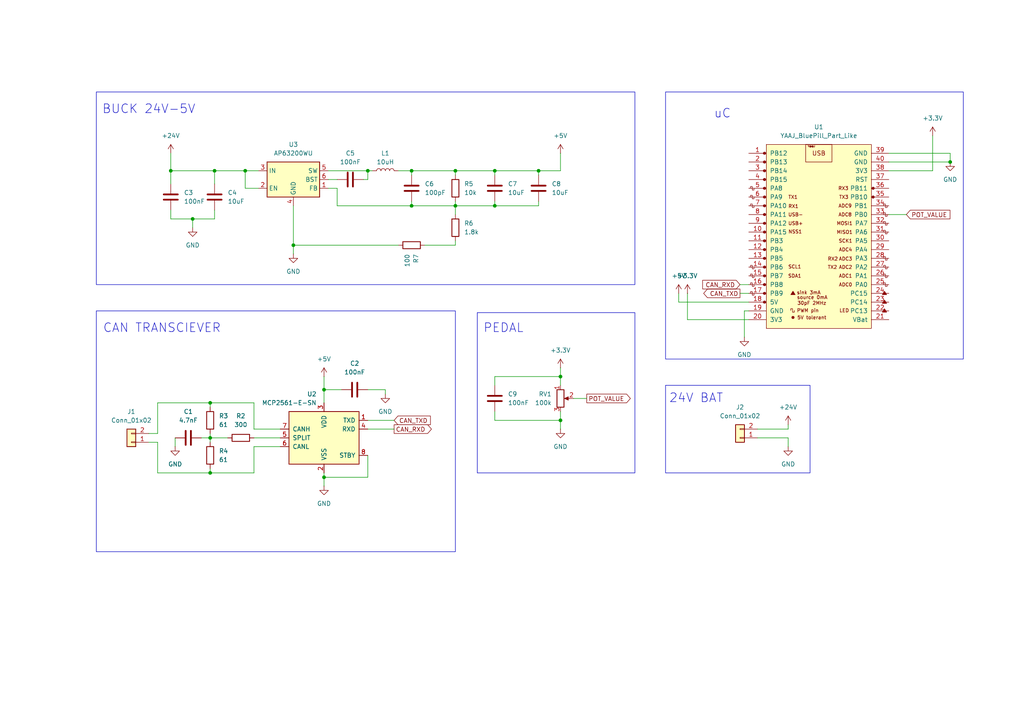
<source format=kicad_sch>
(kicad_sch
	(version 20250114)
	(generator "eeschema")
	(generator_version "9.0")
	(uuid "74379d8d-28c5-49b9-b3e9-1f584bef7bb9")
	(paper "A4")
	(lib_symbols
		(symbol "Connector_Generic:Conn_01x02"
			(pin_names
				(offset 1.016)
				(hide yes)
			)
			(exclude_from_sim no)
			(in_bom yes)
			(on_board yes)
			(property "Reference" "J"
				(at 0 2.54 0)
				(effects
					(font
						(size 1.27 1.27)
					)
				)
			)
			(property "Value" "Conn_01x02"
				(at 0 -5.08 0)
				(effects
					(font
						(size 1.27 1.27)
					)
				)
			)
			(property "Footprint" ""
				(at 0 0 0)
				(effects
					(font
						(size 1.27 1.27)
					)
					(hide yes)
				)
			)
			(property "Datasheet" "~"
				(at 0 0 0)
				(effects
					(font
						(size 1.27 1.27)
					)
					(hide yes)
				)
			)
			(property "Description" "Generic connector, single row, 01x02, script generated (kicad-library-utils/schlib/autogen/connector/)"
				(at 0 0 0)
				(effects
					(font
						(size 1.27 1.27)
					)
					(hide yes)
				)
			)
			(property "ki_keywords" "connector"
				(at 0 0 0)
				(effects
					(font
						(size 1.27 1.27)
					)
					(hide yes)
				)
			)
			(property "ki_fp_filters" "Connector*:*_1x??_*"
				(at 0 0 0)
				(effects
					(font
						(size 1.27 1.27)
					)
					(hide yes)
				)
			)
			(symbol "Conn_01x02_1_1"
				(rectangle
					(start -1.27 1.27)
					(end 1.27 -3.81)
					(stroke
						(width 0.254)
						(type default)
					)
					(fill
						(type background)
					)
				)
				(rectangle
					(start -1.27 0.127)
					(end 0 -0.127)
					(stroke
						(width 0.1524)
						(type default)
					)
					(fill
						(type none)
					)
				)
				(rectangle
					(start -1.27 -2.413)
					(end 0 -2.667)
					(stroke
						(width 0.1524)
						(type default)
					)
					(fill
						(type none)
					)
				)
				(pin passive line
					(at -5.08 0 0)
					(length 3.81)
					(name "Pin_1"
						(effects
							(font
								(size 1.27 1.27)
							)
						)
					)
					(number "1"
						(effects
							(font
								(size 1.27 1.27)
							)
						)
					)
				)
				(pin passive line
					(at -5.08 -2.54 0)
					(length 3.81)
					(name "Pin_2"
						(effects
							(font
								(size 1.27 1.27)
							)
						)
					)
					(number "2"
						(effects
							(font
								(size 1.27 1.27)
							)
						)
					)
				)
			)
			(embedded_fonts no)
		)
		(symbol "Device:C"
			(pin_numbers
				(hide yes)
			)
			(pin_names
				(offset 0.254)
			)
			(exclude_from_sim no)
			(in_bom yes)
			(on_board yes)
			(property "Reference" "C"
				(at 0.635 2.54 0)
				(effects
					(font
						(size 1.27 1.27)
					)
					(justify left)
				)
			)
			(property "Value" "C"
				(at 0.635 -2.54 0)
				(effects
					(font
						(size 1.27 1.27)
					)
					(justify left)
				)
			)
			(property "Footprint" ""
				(at 0.9652 -3.81 0)
				(effects
					(font
						(size 1.27 1.27)
					)
					(hide yes)
				)
			)
			(property "Datasheet" "~"
				(at 0 0 0)
				(effects
					(font
						(size 1.27 1.27)
					)
					(hide yes)
				)
			)
			(property "Description" "Unpolarized capacitor"
				(at 0 0 0)
				(effects
					(font
						(size 1.27 1.27)
					)
					(hide yes)
				)
			)
			(property "ki_keywords" "cap capacitor"
				(at 0 0 0)
				(effects
					(font
						(size 1.27 1.27)
					)
					(hide yes)
				)
			)
			(property "ki_fp_filters" "C_*"
				(at 0 0 0)
				(effects
					(font
						(size 1.27 1.27)
					)
					(hide yes)
				)
			)
			(symbol "C_0_1"
				(polyline
					(pts
						(xy -2.032 0.762) (xy 2.032 0.762)
					)
					(stroke
						(width 0.508)
						(type default)
					)
					(fill
						(type none)
					)
				)
				(polyline
					(pts
						(xy -2.032 -0.762) (xy 2.032 -0.762)
					)
					(stroke
						(width 0.508)
						(type default)
					)
					(fill
						(type none)
					)
				)
			)
			(symbol "C_1_1"
				(pin passive line
					(at 0 3.81 270)
					(length 2.794)
					(name "~"
						(effects
							(font
								(size 1.27 1.27)
							)
						)
					)
					(number "1"
						(effects
							(font
								(size 1.27 1.27)
							)
						)
					)
				)
				(pin passive line
					(at 0 -3.81 90)
					(length 2.794)
					(name "~"
						(effects
							(font
								(size 1.27 1.27)
							)
						)
					)
					(number "2"
						(effects
							(font
								(size 1.27 1.27)
							)
						)
					)
				)
			)
			(embedded_fonts no)
		)
		(symbol "Device:L"
			(pin_numbers
				(hide yes)
			)
			(pin_names
				(offset 1.016)
				(hide yes)
			)
			(exclude_from_sim no)
			(in_bom yes)
			(on_board yes)
			(property "Reference" "L"
				(at -1.27 0 90)
				(effects
					(font
						(size 1.27 1.27)
					)
				)
			)
			(property "Value" "L"
				(at 1.905 0 90)
				(effects
					(font
						(size 1.27 1.27)
					)
				)
			)
			(property "Footprint" ""
				(at 0 0 0)
				(effects
					(font
						(size 1.27 1.27)
					)
					(hide yes)
				)
			)
			(property "Datasheet" "~"
				(at 0 0 0)
				(effects
					(font
						(size 1.27 1.27)
					)
					(hide yes)
				)
			)
			(property "Description" "Inductor"
				(at 0 0 0)
				(effects
					(font
						(size 1.27 1.27)
					)
					(hide yes)
				)
			)
			(property "ki_keywords" "inductor choke coil reactor magnetic"
				(at 0 0 0)
				(effects
					(font
						(size 1.27 1.27)
					)
					(hide yes)
				)
			)
			(property "ki_fp_filters" "Choke_* *Coil* Inductor_* L_*"
				(at 0 0 0)
				(effects
					(font
						(size 1.27 1.27)
					)
					(hide yes)
				)
			)
			(symbol "L_0_1"
				(arc
					(start 0 2.54)
					(mid 0.6323 1.905)
					(end 0 1.27)
					(stroke
						(width 0)
						(type default)
					)
					(fill
						(type none)
					)
				)
				(arc
					(start 0 1.27)
					(mid 0.6323 0.635)
					(end 0 0)
					(stroke
						(width 0)
						(type default)
					)
					(fill
						(type none)
					)
				)
				(arc
					(start 0 0)
					(mid 0.6323 -0.635)
					(end 0 -1.27)
					(stroke
						(width 0)
						(type default)
					)
					(fill
						(type none)
					)
				)
				(arc
					(start 0 -1.27)
					(mid 0.6323 -1.905)
					(end 0 -2.54)
					(stroke
						(width 0)
						(type default)
					)
					(fill
						(type none)
					)
				)
			)
			(symbol "L_1_1"
				(pin passive line
					(at 0 3.81 270)
					(length 1.27)
					(name "1"
						(effects
							(font
								(size 1.27 1.27)
							)
						)
					)
					(number "1"
						(effects
							(font
								(size 1.27 1.27)
							)
						)
					)
				)
				(pin passive line
					(at 0 -3.81 90)
					(length 1.27)
					(name "2"
						(effects
							(font
								(size 1.27 1.27)
							)
						)
					)
					(number "2"
						(effects
							(font
								(size 1.27 1.27)
							)
						)
					)
				)
			)
			(embedded_fonts no)
		)
		(symbol "Device:R"
			(pin_numbers
				(hide yes)
			)
			(pin_names
				(offset 0)
			)
			(exclude_from_sim no)
			(in_bom yes)
			(on_board yes)
			(property "Reference" "R"
				(at 2.032 0 90)
				(effects
					(font
						(size 1.27 1.27)
					)
				)
			)
			(property "Value" "R"
				(at 0 0 90)
				(effects
					(font
						(size 1.27 1.27)
					)
				)
			)
			(property "Footprint" ""
				(at -1.778 0 90)
				(effects
					(font
						(size 1.27 1.27)
					)
					(hide yes)
				)
			)
			(property "Datasheet" "~"
				(at 0 0 0)
				(effects
					(font
						(size 1.27 1.27)
					)
					(hide yes)
				)
			)
			(property "Description" "Resistor"
				(at 0 0 0)
				(effects
					(font
						(size 1.27 1.27)
					)
					(hide yes)
				)
			)
			(property "ki_keywords" "R res resistor"
				(at 0 0 0)
				(effects
					(font
						(size 1.27 1.27)
					)
					(hide yes)
				)
			)
			(property "ki_fp_filters" "R_*"
				(at 0 0 0)
				(effects
					(font
						(size 1.27 1.27)
					)
					(hide yes)
				)
			)
			(symbol "R_0_1"
				(rectangle
					(start -1.016 -2.54)
					(end 1.016 2.54)
					(stroke
						(width 0.254)
						(type default)
					)
					(fill
						(type none)
					)
				)
			)
			(symbol "R_1_1"
				(pin passive line
					(at 0 3.81 270)
					(length 1.27)
					(name "~"
						(effects
							(font
								(size 1.27 1.27)
							)
						)
					)
					(number "1"
						(effects
							(font
								(size 1.27 1.27)
							)
						)
					)
				)
				(pin passive line
					(at 0 -3.81 90)
					(length 1.27)
					(name "~"
						(effects
							(font
								(size 1.27 1.27)
							)
						)
					)
					(number "2"
						(effects
							(font
								(size 1.27 1.27)
							)
						)
					)
				)
			)
			(embedded_fonts no)
		)
		(symbol "Device:R_Potentiometer"
			(pin_names
				(offset 1.016)
				(hide yes)
			)
			(exclude_from_sim no)
			(in_bom yes)
			(on_board yes)
			(property "Reference" "RV"
				(at -4.445 0 90)
				(effects
					(font
						(size 1.27 1.27)
					)
				)
			)
			(property "Value" "R_Potentiometer"
				(at -2.54 0 90)
				(effects
					(font
						(size 1.27 1.27)
					)
				)
			)
			(property "Footprint" ""
				(at 0 0 0)
				(effects
					(font
						(size 1.27 1.27)
					)
					(hide yes)
				)
			)
			(property "Datasheet" "~"
				(at 0 0 0)
				(effects
					(font
						(size 1.27 1.27)
					)
					(hide yes)
				)
			)
			(property "Description" "Potentiometer"
				(at 0 0 0)
				(effects
					(font
						(size 1.27 1.27)
					)
					(hide yes)
				)
			)
			(property "ki_keywords" "resistor variable"
				(at 0 0 0)
				(effects
					(font
						(size 1.27 1.27)
					)
					(hide yes)
				)
			)
			(property "ki_fp_filters" "Potentiometer*"
				(at 0 0 0)
				(effects
					(font
						(size 1.27 1.27)
					)
					(hide yes)
				)
			)
			(symbol "R_Potentiometer_0_1"
				(rectangle
					(start 1.016 2.54)
					(end -1.016 -2.54)
					(stroke
						(width 0.254)
						(type default)
					)
					(fill
						(type none)
					)
				)
				(polyline
					(pts
						(xy 1.143 0) (xy 2.286 0.508) (xy 2.286 -0.508) (xy 1.143 0)
					)
					(stroke
						(width 0)
						(type default)
					)
					(fill
						(type outline)
					)
				)
				(polyline
					(pts
						(xy 2.54 0) (xy 1.524 0)
					)
					(stroke
						(width 0)
						(type default)
					)
					(fill
						(type none)
					)
				)
			)
			(symbol "R_Potentiometer_1_1"
				(pin passive line
					(at 0 3.81 270)
					(length 1.27)
					(name "1"
						(effects
							(font
								(size 1.27 1.27)
							)
						)
					)
					(number "1"
						(effects
							(font
								(size 1.27 1.27)
							)
						)
					)
				)
				(pin passive line
					(at 0 -3.81 90)
					(length 1.27)
					(name "3"
						(effects
							(font
								(size 1.27 1.27)
							)
						)
					)
					(number "3"
						(effects
							(font
								(size 1.27 1.27)
							)
						)
					)
				)
				(pin passive line
					(at 3.81 0 180)
					(length 1.27)
					(name "2"
						(effects
							(font
								(size 1.27 1.27)
							)
						)
					)
					(number "2"
						(effects
							(font
								(size 1.27 1.27)
							)
						)
					)
				)
			)
			(embedded_fonts no)
		)
		(symbol "Interface_CAN_LIN:MCP2561-E-SN"
			(pin_names
				(offset 1.016)
			)
			(exclude_from_sim no)
			(in_bom yes)
			(on_board yes)
			(property "Reference" "U"
				(at -10.16 8.89 0)
				(effects
					(font
						(size 1.27 1.27)
					)
					(justify left)
				)
			)
			(property "Value" "MCP2561-E-SN"
				(at 2.54 8.89 0)
				(effects
					(font
						(size 1.27 1.27)
					)
					(justify left)
				)
			)
			(property "Footprint" "Package_SO:SOIC-8_3.9x4.9mm_P1.27mm"
				(at 0 -12.7 0)
				(effects
					(font
						(size 1.27 1.27)
						(italic yes)
					)
					(hide yes)
				)
			)
			(property "Datasheet" "http://ww1.microchip.com/downloads/en/DeviceDoc/25167A.pdf"
				(at 0 0 0)
				(effects
					(font
						(size 1.27 1.27)
					)
					(hide yes)
				)
			)
			(property "Description" "High-Speed CAN Transceiver, 1Mbps, 5V supply, SPLIT pin, -40C to +125C, SOIC-8"
				(at 0 0 0)
				(effects
					(font
						(size 1.27 1.27)
					)
					(hide yes)
				)
			)
			(property "ki_keywords" "High-Speed CAN Transceiver"
				(at 0 0 0)
				(effects
					(font
						(size 1.27 1.27)
					)
					(hide yes)
				)
			)
			(property "ki_fp_filters" "SOIC*3.9x4.9mm*P1.27mm*"
				(at 0 0 0)
				(effects
					(font
						(size 1.27 1.27)
					)
					(hide yes)
				)
			)
			(symbol "MCP2561-E-SN_0_1"
				(rectangle
					(start -10.16 7.62)
					(end 10.16 -7.62)
					(stroke
						(width 0.254)
						(type default)
					)
					(fill
						(type background)
					)
				)
			)
			(symbol "MCP2561-E-SN_1_1"
				(pin input line
					(at -12.7 5.08 0)
					(length 2.54)
					(name "TXD"
						(effects
							(font
								(size 1.27 1.27)
							)
						)
					)
					(number "1"
						(effects
							(font
								(size 1.27 1.27)
							)
						)
					)
				)
				(pin output line
					(at -12.7 2.54 0)
					(length 2.54)
					(name "RXD"
						(effects
							(font
								(size 1.27 1.27)
							)
						)
					)
					(number "4"
						(effects
							(font
								(size 1.27 1.27)
							)
						)
					)
				)
				(pin input line
					(at -12.7 -5.08 0)
					(length 2.54)
					(name "STBY"
						(effects
							(font
								(size 1.27 1.27)
							)
						)
					)
					(number "8"
						(effects
							(font
								(size 1.27 1.27)
							)
						)
					)
				)
				(pin power_in line
					(at 0 10.16 270)
					(length 2.54)
					(name "VDD"
						(effects
							(font
								(size 1.27 1.27)
							)
						)
					)
					(number "3"
						(effects
							(font
								(size 1.27 1.27)
							)
						)
					)
				)
				(pin power_in line
					(at 0 -10.16 90)
					(length 2.54)
					(name "VSS"
						(effects
							(font
								(size 1.27 1.27)
							)
						)
					)
					(number "2"
						(effects
							(font
								(size 1.27 1.27)
							)
						)
					)
				)
				(pin bidirectional line
					(at 12.7 2.54 180)
					(length 2.54)
					(name "CANH"
						(effects
							(font
								(size 1.27 1.27)
							)
						)
					)
					(number "7"
						(effects
							(font
								(size 1.27 1.27)
							)
						)
					)
				)
				(pin passive line
					(at 12.7 0 180)
					(length 2.54)
					(name "SPLIT"
						(effects
							(font
								(size 1.27 1.27)
							)
						)
					)
					(number "5"
						(effects
							(font
								(size 1.27 1.27)
							)
						)
					)
				)
				(pin bidirectional line
					(at 12.7 -2.54 180)
					(length 2.54)
					(name "CANL"
						(effects
							(font
								(size 1.27 1.27)
							)
						)
					)
					(number "6"
						(effects
							(font
								(size 1.27 1.27)
							)
						)
					)
				)
			)
			(embedded_fonts no)
		)
		(symbol "Regulator_Switching:AP63200WU"
			(exclude_from_sim no)
			(in_bom yes)
			(on_board yes)
			(property "Reference" "U"
				(at -7.62 6.35 0)
				(effects
					(font
						(size 1.27 1.27)
					)
				)
			)
			(property "Value" "AP63200WU"
				(at 2.54 6.35 0)
				(effects
					(font
						(size 1.27 1.27)
					)
				)
			)
			(property "Footprint" "Package_TO_SOT_SMD:TSOT-23-6"
				(at 0 -22.86 0)
				(effects
					(font
						(size 1.27 1.27)
					)
					(hide yes)
				)
			)
			(property "Datasheet" "https://www.diodes.com/assets/Datasheets/AP63200-AP63201-AP63203-AP63205.pdf"
				(at 0 0 0)
				(effects
					(font
						(size 1.27 1.27)
					)
					(hide yes)
				)
			)
			(property "Description" "2A, 500kHz Buck DC/DC Converter, adjustable output voltage, TSOT-23-6"
				(at 0 0 0)
				(effects
					(font
						(size 1.27 1.27)
					)
					(hide yes)
				)
			)
			(property "ki_keywords" "2A Buck DC/DC"
				(at 0 0 0)
				(effects
					(font
						(size 1.27 1.27)
					)
					(hide yes)
				)
			)
			(property "ki_fp_filters" "TSOT?23*"
				(at 0 0 0)
				(effects
					(font
						(size 1.27 1.27)
					)
					(hide yes)
				)
			)
			(symbol "AP63200WU_0_1"
				(rectangle
					(start -7.62 5.08)
					(end 7.62 -5.08)
					(stroke
						(width 0.254)
						(type default)
					)
					(fill
						(type background)
					)
				)
			)
			(symbol "AP63200WU_1_1"
				(pin power_in line
					(at -10.16 2.54 0)
					(length 2.54)
					(name "IN"
						(effects
							(font
								(size 1.27 1.27)
							)
						)
					)
					(number "3"
						(effects
							(font
								(size 1.27 1.27)
							)
						)
					)
				)
				(pin input line
					(at -10.16 -2.54 0)
					(length 2.54)
					(name "EN"
						(effects
							(font
								(size 1.27 1.27)
							)
						)
					)
					(number "2"
						(effects
							(font
								(size 1.27 1.27)
							)
						)
					)
				)
				(pin power_in line
					(at 0 -7.62 90)
					(length 2.54)
					(name "GND"
						(effects
							(font
								(size 1.27 1.27)
							)
						)
					)
					(number "4"
						(effects
							(font
								(size 1.27 1.27)
							)
						)
					)
				)
				(pin output line
					(at 10.16 2.54 180)
					(length 2.54)
					(name "SW"
						(effects
							(font
								(size 1.27 1.27)
							)
						)
					)
					(number "5"
						(effects
							(font
								(size 1.27 1.27)
							)
						)
					)
				)
				(pin passive line
					(at 10.16 0 180)
					(length 2.54)
					(name "BST"
						(effects
							(font
								(size 1.27 1.27)
							)
						)
					)
					(number "6"
						(effects
							(font
								(size 1.27 1.27)
							)
						)
					)
				)
				(pin input line
					(at 10.16 -2.54 180)
					(length 2.54)
					(name "FB"
						(effects
							(font
								(size 1.27 1.27)
							)
						)
					)
					(number "1"
						(effects
							(font
								(size 1.27 1.27)
							)
						)
					)
				)
			)
			(embedded_fonts no)
		)
		(symbol "YAAJ_BluePill_Part_Like:YAAJ_BluePill_Part_Like"
			(pin_names
				(offset 1.016)
			)
			(exclude_from_sim no)
			(in_bom yes)
			(on_board yes)
			(property "Reference" "U"
				(at -12.7 25.4 0)
				(effects
					(font
						(size 1.27 1.27)
					)
				)
			)
			(property "Value" "YAAJ_BluePill_Part_Like"
				(at 0 2.54 90)
				(effects
					(font
						(size 1.27 1.27)
					)
				)
			)
			(property "Footprint" ""
				(at 17.78 -25.4 0)
				(effects
					(font
						(size 1.27 1.27)
					)
					(hide yes)
				)
			)
			(property "Datasheet" ""
				(at 17.78 -25.4 0)
				(effects
					(font
						(size 1.27 1.27)
					)
					(hide yes)
				)
			)
			(property "Description" "STM32 Blue Pill ; not KLC compliant"
				(at 0 0 0)
				(effects
					(font
						(size 1.27 1.27)
					)
					(hide yes)
				)
			)
			(property "ki_keywords" "module blue pill STM32"
				(at 0 0 0)
				(effects
					(font
						(size 1.27 1.27)
					)
					(hide yes)
				)
			)
			(symbol "YAAJ_BluePill_Part_Like_0_0"
				(circle
					(center -15.748 22.86)
					(radius 0.3556)
					(stroke
						(width 0)
						(type solid)
					)
					(fill
						(type outline)
					)
				)
				(circle
					(center -15.748 17.78)
					(radius 0.3556)
					(stroke
						(width 0)
						(type solid)
					)
					(fill
						(type outline)
					)
				)
				(circle
					(center -15.748 15.24)
					(radius 0.3556)
					(stroke
						(width 0)
						(type solid)
					)
					(fill
						(type outline)
					)
				)
				(circle
					(center -15.748 12.7)
					(radius 0.3556)
					(stroke
						(width 0)
						(type solid)
					)
					(fill
						(type outline)
					)
				)
				(circle
					(center -15.748 10.16)
					(radius 0.3556)
					(stroke
						(width 0)
						(type solid)
					)
					(fill
						(type outline)
					)
				)
				(circle
					(center -15.748 7.62)
					(radius 0.3556)
					(stroke
						(width 0)
						(type solid)
					)
					(fill
						(type outline)
					)
				)
				(circle
					(center -15.748 5.08)
					(radius 0.3556)
					(stroke
						(width 0)
						(type solid)
					)
					(fill
						(type outline)
					)
				)
				(circle
					(center -15.748 2.54)
					(radius 0.3556)
					(stroke
						(width 0)
						(type solid)
					)
					(fill
						(type outline)
					)
				)
				(circle
					(center -15.748 0)
					(radius 0.3556)
					(stroke
						(width 0)
						(type solid)
					)
					(fill
						(type outline)
					)
				)
				(circle
					(center -15.748 -2.54)
					(radius 0.3556)
					(stroke
						(width 0)
						(type solid)
					)
					(fill
						(type outline)
					)
				)
				(circle
					(center -15.748 -5.08)
					(radius 0.3556)
					(stroke
						(width 0)
						(type solid)
					)
					(fill
						(type outline)
					)
				)
				(circle
					(center -15.748 -7.62)
					(radius 0.3556)
					(stroke
						(width 0)
						(type solid)
					)
					(fill
						(type outline)
					)
				)
				(circle
					(center -15.748 -10.16)
					(radius 0.3556)
					(stroke
						(width 0)
						(type solid)
					)
					(fill
						(type outline)
					)
				)
				(circle
					(center -15.748 -12.7)
					(radius 0.3556)
					(stroke
						(width 0)
						(type solid)
					)
					(fill
						(type outline)
					)
				)
				(circle
					(center -15.748 -15.24)
					(radius 0.3556)
					(stroke
						(width 0)
						(type solid)
					)
					(fill
						(type outline)
					)
				)
				(circle
					(center -15.748 -17.78)
					(radius 0.3556)
					(stroke
						(width 0)
						(type solid)
					)
					(fill
						(type outline)
					)
				)
				(circle
					(center -15.748 -20.32)
					(radius 0.3556)
					(stroke
						(width 0)
						(type solid)
					)
					(fill
						(type outline)
					)
				)
				(polyline
					(pts
						(xy -8.128 -18.161) (xy -7.493 -17.145) (xy -6.858 -18.161) (xy -8.128 -18.161) (xy -7.493 -17.272)
						(xy -6.985 -18.161) (xy -8.001 -18.034) (xy -7.493 -17.399) (xy -7.112 -18.161) (xy -7.874 -17.907)
						(xy -7.366 -17.526) (xy -7.239 -18.161) (xy -7.747 -17.78) (xy -7.239 -17.653) (xy -7.366 -18.034)
						(xy -7.62 -17.78) (xy -7.366 -17.907) (xy -7.493 -17.653)
					)
					(stroke
						(width 0)
						(type solid)
					)
					(fill
						(type none)
					)
				)
				(circle
					(center -7.493 -24.765)
					(radius 0.127)
					(stroke
						(width 0)
						(type solid)
					)
					(fill
						(type outline)
					)
				)
				(circle
					(center -7.493 -24.765)
					(radius 0.254)
					(stroke
						(width 0)
						(type solid)
					)
					(fill
						(type none)
					)
				)
				(circle
					(center -7.493 -24.765)
					(radius 0.3556)
					(stroke
						(width 0)
						(type solid)
					)
					(fill
						(type none)
					)
				)
				(circle
					(center 15.748 12.7)
					(radius 0.254)
					(stroke
						(width 0)
						(type solid)
					)
					(fill
						(type outline)
					)
				)
				(circle
					(center 15.748 12.7)
					(radius 0.3556)
					(stroke
						(width 0)
						(type solid)
					)
					(fill
						(type none)
					)
				)
				(circle
					(center 15.748 10.16)
					(radius 0.254)
					(stroke
						(width 0)
						(type solid)
					)
					(fill
						(type outline)
					)
				)
				(circle
					(center 15.748 10.16)
					(radius 0.3556)
					(stroke
						(width 0)
						(type solid)
					)
					(fill
						(type none)
					)
				)
				(polyline
					(pts
						(xy 18.415 -18.161) (xy 19.05 -17.145) (xy 19.685 -18.161) (xy 18.415 -18.161) (xy 19.05 -17.272)
						(xy 19.558 -18.161) (xy 18.542 -18.034) (xy 19.05 -17.399) (xy 19.431 -18.161) (xy 18.669 -17.907)
						(xy 19.177 -17.526) (xy 19.304 -18.161) (xy 18.796 -17.78) (xy 19.304 -17.653) (xy 19.177 -18.034)
						(xy 18.923 -17.78) (xy 19.177 -17.907) (xy 19.05 -17.653)
					)
					(stroke
						(width 0)
						(type solid)
					)
					(fill
						(type none)
					)
				)
				(polyline
					(pts
						(xy 18.415 -20.701) (xy 19.05 -19.685) (xy 19.685 -20.701) (xy 18.415 -20.701) (xy 19.05 -19.812)
						(xy 19.558 -20.701) (xy 18.542 -20.574) (xy 19.05 -19.939) (xy 19.431 -20.701) (xy 18.669 -20.447)
						(xy 19.177 -20.066) (xy 19.304 -20.701) (xy 18.796 -20.32) (xy 19.304 -20.193) (xy 19.177 -20.574)
						(xy 18.923 -20.32) (xy 19.177 -20.447) (xy 19.05 -20.193)
					)
					(stroke
						(width 0)
						(type solid)
					)
					(fill
						(type none)
					)
				)
				(polyline
					(pts
						(xy 18.415 -23.241) (xy 19.05 -22.225) (xy 19.685 -23.241) (xy 18.415 -23.241) (xy 19.05 -22.352)
						(xy 19.558 -23.241) (xy 18.542 -23.114) (xy 19.05 -22.479) (xy 19.431 -23.241) (xy 18.669 -22.987)
						(xy 19.177 -22.606) (xy 19.304 -23.241) (xy 18.796 -22.86) (xy 19.304 -22.733) (xy 19.177 -23.114)
						(xy 18.923 -22.86) (xy 19.177 -22.987) (xy 19.05 -22.733)
					)
					(stroke
						(width 0)
						(type solid)
					)
					(fill
						(type none)
					)
				)
				(text "TX1"
					(at -7.493 10.16 0)
					(effects
						(font
							(size 0.9906 0.9906)
						)
					)
				)
				(text "RX1"
					(at -7.366 7.493 0)
					(effects
						(font
							(size 0.9906 0.9906)
						)
					)
				)
				(text "SCL1"
					(at -6.985 -10.033 0)
					(effects
						(font
							(size 0.9906 0.9906)
						)
					)
				)
				(text "SDA1"
					(at -6.985 -12.7 0)
					(effects
						(font
							(size 0.9906 0.9906)
						)
					)
				)
				(text "NSS1"
					(at -6.858 0.127 0)
					(effects
						(font
							(size 0.9906 0.9906)
						)
					)
				)
				(text "USB-"
					(at -6.731 5.08 0)
					(effects
						(font
							(size 0.9906 0.9906)
						)
					)
				)
				(text "USB+"
					(at -6.731 2.54 0)
					(effects
						(font
							(size 0.9906 0.9906)
						)
					)
				)
				(text "PWM pin"
					(at -3.175 -22.733 0)
					(effects
						(font
							(size 0.9906 0.9906)
						)
					)
				)
				(text "sink 3mA"
					(at -2.921 -17.526 0)
					(effects
						(font
							(size 0.9906 0.9906)
						)
					)
				)
				(text "Y@@J"
					(at -2.159 24.892 0)
					(effects
						(font
							(size 0.508 0.508)
						)
					)
				)
				(text "30pF 2MHz"
					(at -2.032 -20.574 0)
					(effects
						(font
							(size 0.9906 0.9906)
						)
					)
				)
				(text "5V tolerant"
					(at -2.032 -24.765 0)
					(effects
						(font
							(size 0.9906 0.9906)
						)
					)
				)
				(text "source 0mA"
					(at -1.905 -18.923 0)
					(effects
						(font
							(size 0.9906 0.9906)
						)
					)
				)
				(text "USB"
					(at 0 22.86 0)
					(effects
						(font
							(size 1.27 1.27)
						)
					)
				)
				(text "TX2"
					(at 3.937 -10.16 0)
					(effects
						(font
							(size 0.9906 0.9906)
						)
					)
				)
				(text "RX2"
					(at 4.064 -7.747 0)
					(effects
						(font
							(size 0.9906 0.9906)
						)
					)
				)
				(text "RX3"
					(at 7.112 12.7 0)
					(effects
						(font
							(size 0.9906 0.9906)
						)
					)
				)
				(text "TX3"
					(at 7.239 10.16 0)
					(effects
						(font
							(size 0.9906 0.9906)
						)
					)
				)
				(text "LED"
					(at 7.366 -22.733 0)
					(effects
						(font
							(size 0.9906 0.9906)
						)
					)
				)
				(text "MOSI1"
					(at 7.493 2.54 0)
					(effects
						(font
							(size 0.9906 0.9906)
						)
					)
				)
				(text "MISO1"
					(at 7.493 0 0)
					(effects
						(font
							(size 0.9906 0.9906)
						)
					)
				)
				(text "ADC9"
					(at 7.62 7.62 0)
					(effects
						(font
							(size 0.9906 0.9906)
						)
					)
				)
				(text "ADC8"
					(at 7.62 5.08 0)
					(effects
						(font
							(size 0.9906 0.9906)
						)
					)
				)
				(text "SCK1"
					(at 7.747 -2.54 0)
					(effects
						(font
							(size 0.9906 0.9906)
						)
					)
				)
				(text "ADC4"
					(at 7.747 -5.08 0)
					(effects
						(font
							(size 0.9906 0.9906)
						)
					)
				)
				(text "ADC3"
					(at 7.747 -7.747 0)
					(effects
						(font
							(size 0.9906 0.9906)
						)
					)
				)
				(text "ADC2"
					(at 7.747 -10.16 0)
					(effects
						(font
							(size 0.9906 0.9906)
						)
					)
				)
				(text "ADC1"
					(at 7.747 -12.7 0)
					(effects
						(font
							(size 0.9906 0.9906)
						)
					)
				)
				(text "ADC0"
					(at 7.747 -15.24 0)
					(effects
						(font
							(size 0.9906 0.9906)
						)
					)
				)
			)
			(symbol "YAAJ_BluePill_Part_Like_0_1"
				(polyline
					(pts
						(xy -18.796 12.7) (xy -18.796 12.192) (xy -19.304 12.192) (xy -19.304 13.208) (xy -19.812 13.208)
						(xy -19.812 12.7)
					)
					(stroke
						(width 0)
						(type solid)
					)
					(fill
						(type none)
					)
				)
				(polyline
					(pts
						(xy -18.796 10.16) (xy -18.796 9.652) (xy -19.304 9.652) (xy -19.304 10.668) (xy -19.812 10.668)
						(xy -19.812 10.16)
					)
					(stroke
						(width 0)
						(type solid)
					)
					(fill
						(type none)
					)
				)
				(polyline
					(pts
						(xy -18.796 7.62) (xy -18.796 7.112) (xy -19.304 7.112) (xy -19.304 8.128) (xy -19.812 8.128)
						(xy -19.812 7.62)
					)
					(stroke
						(width 0)
						(type solid)
					)
					(fill
						(type none)
					)
				)
				(polyline
					(pts
						(xy -18.796 -10.16) (xy -18.796 -10.668) (xy -19.304 -10.668) (xy -19.304 -9.652) (xy -19.812 -9.652)
						(xy -19.812 -10.16)
					)
					(stroke
						(width 0)
						(type solid)
					)
					(fill
						(type none)
					)
				)
				(polyline
					(pts
						(xy -18.796 -12.7) (xy -18.796 -13.208) (xy -19.304 -13.208) (xy -19.304 -12.192) (xy -19.812 -12.192)
						(xy -19.812 -12.7)
					)
					(stroke
						(width 0)
						(type solid)
					)
					(fill
						(type none)
					)
				)
				(polyline
					(pts
						(xy -18.796 -15.24) (xy -18.796 -15.748) (xy -19.304 -15.748) (xy -19.304 -14.732) (xy -19.812 -14.732)
						(xy -19.812 -15.24)
					)
					(stroke
						(width 0)
						(type solid)
					)
					(fill
						(type none)
					)
				)
				(polyline
					(pts
						(xy -18.796 -17.78) (xy -18.796 -18.288) (xy -19.304 -18.288) (xy -19.304 -17.272) (xy -19.812 -17.272)
						(xy -19.812 -17.78)
					)
					(stroke
						(width 0)
						(type solid)
					)
					(fill
						(type none)
					)
				)
				(rectangle
					(start -15.24 25.4)
					(end 15.24 -27.94)
					(stroke
						(width 0)
						(type solid)
					)
					(fill
						(type background)
					)
				)
				(polyline
					(pts
						(xy -7.112 -22.733) (xy -7.112 -23.241) (xy -7.62 -23.241) (xy -7.62 -22.225) (xy -8.128 -22.225)
						(xy -8.128 -22.733)
					)
					(stroke
						(width 0)
						(type solid)
					)
					(fill
						(type none)
					)
				)
				(rectangle
					(start 3.81 25.4)
					(end -3.81 20.32)
					(stroke
						(width 0)
						(type solid)
					)
					(fill
						(type none)
					)
				)
				(polyline
					(pts
						(xy 19.812 7.62) (xy 19.812 7.112) (xy 19.304 7.112) (xy 19.304 8.128) (xy 18.796 8.128) (xy 18.796 7.62)
					)
					(stroke
						(width 0)
						(type solid)
					)
					(fill
						(type none)
					)
				)
				(polyline
					(pts
						(xy 19.812 5.08) (xy 19.812 4.572) (xy 19.304 4.572) (xy 19.304 5.588) (xy 18.796 5.588) (xy 18.796 5.08)
					)
					(stroke
						(width 0)
						(type solid)
					)
					(fill
						(type none)
					)
				)
				(polyline
					(pts
						(xy 19.812 2.54) (xy 19.812 2.032) (xy 19.304 2.032) (xy 19.304 3.048) (xy 18.796 3.048) (xy 18.796 2.54)
					)
					(stroke
						(width 0)
						(type solid)
					)
					(fill
						(type none)
					)
				)
				(polyline
					(pts
						(xy 19.812 0) (xy 19.812 -0.508) (xy 19.304 -0.508) (xy 19.304 0.508) (xy 18.796 0.508) (xy 18.796 0)
					)
					(stroke
						(width 0)
						(type solid)
					)
					(fill
						(type none)
					)
				)
				(polyline
					(pts
						(xy 19.812 -7.62) (xy 19.812 -8.128) (xy 19.304 -8.128) (xy 19.304 -7.112) (xy 18.796 -7.112)
						(xy 18.796 -7.62)
					)
					(stroke
						(width 0)
						(type solid)
					)
					(fill
						(type none)
					)
				)
				(polyline
					(pts
						(xy 19.812 -10.16) (xy 19.812 -10.668) (xy 19.304 -10.668) (xy 19.304 -9.652) (xy 18.796 -9.652)
						(xy 18.796 -10.16)
					)
					(stroke
						(width 0)
						(type solid)
					)
					(fill
						(type none)
					)
				)
				(polyline
					(pts
						(xy 19.812 -12.7) (xy 19.812 -13.208) (xy 19.304 -13.208) (xy 19.304 -12.192) (xy 18.796 -12.192)
						(xy 18.796 -12.7)
					)
					(stroke
						(width 0)
						(type solid)
					)
					(fill
						(type none)
					)
				)
				(polyline
					(pts
						(xy 19.812 -15.24) (xy 19.812 -15.748) (xy 19.304 -15.748) (xy 19.304 -14.732) (xy 18.796 -14.732)
						(xy 18.796 -15.24)
					)
					(stroke
						(width 0)
						(type solid)
					)
					(fill
						(type none)
					)
				)
			)
			(symbol "YAAJ_BluePill_Part_Like_1_1"
				(circle
					(center -15.748 20.32)
					(radius 0.3556)
					(stroke
						(width 0)
						(type solid)
					)
					(fill
						(type outline)
					)
				)
				(pin bidirectional line
					(at -20.32 22.86 0)
					(length 5.08)
					(name "PB12"
						(effects
							(font
								(size 1.27 1.27)
							)
						)
					)
					(number "1"
						(effects
							(font
								(size 1.27 1.27)
							)
						)
					)
				)
				(pin bidirectional line
					(at -20.32 20.32 0)
					(length 5.08)
					(name "PB13"
						(effects
							(font
								(size 1.27 1.27)
							)
						)
					)
					(number "2"
						(effects
							(font
								(size 1.27 1.27)
							)
						)
					)
				)
				(pin bidirectional line
					(at -20.32 17.78 0)
					(length 5.08)
					(name "PB14"
						(effects
							(font
								(size 1.27 1.27)
							)
						)
					)
					(number "3"
						(effects
							(font
								(size 1.27 1.27)
							)
						)
					)
				)
				(pin bidirectional line
					(at -20.32 15.24 0)
					(length 5.08)
					(name "PB15"
						(effects
							(font
								(size 1.27 1.27)
							)
						)
					)
					(number "4"
						(effects
							(font
								(size 1.27 1.27)
							)
						)
					)
				)
				(pin bidirectional line
					(at -20.32 12.7 0)
					(length 5.08)
					(name "PA8"
						(effects
							(font
								(size 1.27 1.27)
							)
						)
					)
					(number "5"
						(effects
							(font
								(size 1.27 1.27)
							)
						)
					)
				)
				(pin bidirectional line
					(at -20.32 10.16 0)
					(length 5.08)
					(name "PA9"
						(effects
							(font
								(size 1.27 1.27)
							)
						)
					)
					(number "6"
						(effects
							(font
								(size 1.27 1.27)
							)
						)
					)
				)
				(pin bidirectional line
					(at -20.32 7.62 0)
					(length 5.08)
					(name "PA10"
						(effects
							(font
								(size 1.27 1.27)
							)
						)
					)
					(number "7"
						(effects
							(font
								(size 1.27 1.27)
							)
						)
					)
				)
				(pin bidirectional line
					(at -20.32 5.08 0)
					(length 5.08)
					(name "PA11"
						(effects
							(font
								(size 1.27 1.27)
							)
						)
					)
					(number "8"
						(effects
							(font
								(size 1.27 1.27)
							)
						)
					)
				)
				(pin bidirectional line
					(at -20.32 2.54 0)
					(length 5.08)
					(name "PA12"
						(effects
							(font
								(size 1.27 1.27)
							)
						)
					)
					(number "9"
						(effects
							(font
								(size 1.27 1.27)
							)
						)
					)
				)
				(pin bidirectional line
					(at -20.32 0 0)
					(length 5.08)
					(name "PA15"
						(effects
							(font
								(size 1.27 1.27)
							)
						)
					)
					(number "10"
						(effects
							(font
								(size 1.27 1.27)
							)
						)
					)
				)
				(pin bidirectional line
					(at -20.32 -2.54 0)
					(length 5.08)
					(name "PB3"
						(effects
							(font
								(size 1.27 1.27)
							)
						)
					)
					(number "11"
						(effects
							(font
								(size 1.27 1.27)
							)
						)
					)
				)
				(pin bidirectional line
					(at -20.32 -5.08 0)
					(length 5.08)
					(name "PB4"
						(effects
							(font
								(size 1.27 1.27)
							)
						)
					)
					(number "12"
						(effects
							(font
								(size 1.27 1.27)
							)
						)
					)
				)
				(pin bidirectional line
					(at -20.32 -7.62 0)
					(length 5.08)
					(name "PB5"
						(effects
							(font
								(size 1.27 1.27)
							)
						)
					)
					(number "13"
						(effects
							(font
								(size 1.27 1.27)
							)
						)
					)
				)
				(pin bidirectional line
					(at -20.32 -10.16 0)
					(length 5.08)
					(name "PB6"
						(effects
							(font
								(size 1.27 1.27)
							)
						)
					)
					(number "14"
						(effects
							(font
								(size 1.27 1.27)
							)
						)
					)
				)
				(pin bidirectional line
					(at -20.32 -12.7 0)
					(length 5.08)
					(name "PB7"
						(effects
							(font
								(size 1.27 1.27)
							)
						)
					)
					(number "15"
						(effects
							(font
								(size 1.27 1.27)
							)
						)
					)
				)
				(pin bidirectional line
					(at -20.32 -15.24 0)
					(length 5.08)
					(name "PB8"
						(effects
							(font
								(size 1.27 1.27)
							)
						)
					)
					(number "16"
						(effects
							(font
								(size 1.27 1.27)
							)
						)
					)
				)
				(pin bidirectional line
					(at -20.32 -17.78 0)
					(length 5.08)
					(name "PB9"
						(effects
							(font
								(size 1.27 1.27)
							)
						)
					)
					(number "17"
						(effects
							(font
								(size 1.27 1.27)
							)
						)
					)
				)
				(pin power_in line
					(at -20.32 -20.32 0)
					(length 5.08)
					(name "5V"
						(effects
							(font
								(size 1.27 1.27)
							)
						)
					)
					(number "18"
						(effects
							(font
								(size 1.27 1.27)
							)
						)
					)
				)
				(pin power_in line
					(at -20.32 -22.86 0)
					(length 5.08)
					(name "GND"
						(effects
							(font
								(size 1.27 1.27)
							)
						)
					)
					(number "19"
						(effects
							(font
								(size 1.27 1.27)
							)
						)
					)
				)
				(pin power_in line
					(at -20.32 -25.4 0)
					(length 5.08)
					(name "3V3"
						(effects
							(font
								(size 1.27 1.27)
							)
						)
					)
					(number "20"
						(effects
							(font
								(size 1.27 1.27)
							)
						)
					)
				)
				(pin power_in line
					(at 20.32 22.86 180)
					(length 5.08)
					(name "GND"
						(effects
							(font
								(size 1.27 1.27)
							)
						)
					)
					(number "39"
						(effects
							(font
								(size 1.27 1.27)
							)
						)
					)
				)
				(pin power_in line
					(at 20.32 20.32 180)
					(length 5.08)
					(name "GND"
						(effects
							(font
								(size 1.27 1.27)
							)
						)
					)
					(number "40"
						(effects
							(font
								(size 1.27 1.27)
							)
						)
					)
				)
				(pin power_in line
					(at 20.32 17.78 180)
					(length 5.08)
					(name "3V3"
						(effects
							(font
								(size 1.27 1.27)
							)
						)
					)
					(number "38"
						(effects
							(font
								(size 1.27 1.27)
							)
						)
					)
				)
				(pin input line
					(at 20.32 15.24 180)
					(length 5.08)
					(name "RST"
						(effects
							(font
								(size 1.27 1.27)
							)
						)
					)
					(number "37"
						(effects
							(font
								(size 1.27 1.27)
							)
						)
					)
				)
				(pin bidirectional line
					(at 20.32 12.7 180)
					(length 5.08)
					(name "PB11"
						(effects
							(font
								(size 1.27 1.27)
							)
						)
					)
					(number "36"
						(effects
							(font
								(size 1.27 1.27)
							)
						)
					)
				)
				(pin bidirectional line
					(at 20.32 10.16 180)
					(length 5.08)
					(name "PB10"
						(effects
							(font
								(size 1.27 1.27)
							)
						)
					)
					(number "35"
						(effects
							(font
								(size 1.27 1.27)
							)
						)
					)
				)
				(pin bidirectional line
					(at 20.32 7.62 180)
					(length 5.08)
					(name "PB1"
						(effects
							(font
								(size 1.27 1.27)
							)
						)
					)
					(number "34"
						(effects
							(font
								(size 1.27 1.27)
							)
						)
					)
				)
				(pin bidirectional line
					(at 20.32 5.08 180)
					(length 5.08)
					(name "PB0"
						(effects
							(font
								(size 1.27 1.27)
							)
						)
					)
					(number "33"
						(effects
							(font
								(size 1.27 1.27)
							)
						)
					)
				)
				(pin bidirectional line
					(at 20.32 2.54 180)
					(length 5.08)
					(name "PA7"
						(effects
							(font
								(size 1.27 1.27)
							)
						)
					)
					(number "32"
						(effects
							(font
								(size 1.27 1.27)
							)
						)
					)
				)
				(pin bidirectional line
					(at 20.32 0 180)
					(length 5.08)
					(name "PA6"
						(effects
							(font
								(size 1.27 1.27)
							)
						)
					)
					(number "31"
						(effects
							(font
								(size 1.27 1.27)
							)
						)
					)
				)
				(pin bidirectional line
					(at 20.32 -2.54 180)
					(length 5.08)
					(name "PA5"
						(effects
							(font
								(size 1.27 1.27)
							)
						)
					)
					(number "30"
						(effects
							(font
								(size 1.27 1.27)
							)
						)
					)
				)
				(pin bidirectional line
					(at 20.32 -5.08 180)
					(length 5.08)
					(name "PA4"
						(effects
							(font
								(size 1.27 1.27)
							)
						)
					)
					(number "29"
						(effects
							(font
								(size 1.27 1.27)
							)
						)
					)
				)
				(pin bidirectional line
					(at 20.32 -7.62 180)
					(length 5.08)
					(name "PA3"
						(effects
							(font
								(size 1.27 1.27)
							)
						)
					)
					(number "28"
						(effects
							(font
								(size 1.27 1.27)
							)
						)
					)
				)
				(pin bidirectional line
					(at 20.32 -10.16 180)
					(length 5.08)
					(name "PA2"
						(effects
							(font
								(size 1.27 1.27)
							)
						)
					)
					(number "27"
						(effects
							(font
								(size 1.27 1.27)
							)
						)
					)
				)
				(pin bidirectional line
					(at 20.32 -12.7 180)
					(length 5.08)
					(name "PA1"
						(effects
							(font
								(size 1.27 1.27)
							)
						)
					)
					(number "26"
						(effects
							(font
								(size 1.27 1.27)
							)
						)
					)
				)
				(pin bidirectional line
					(at 20.32 -15.24 180)
					(length 5.08)
					(name "PA0"
						(effects
							(font
								(size 1.27 1.27)
							)
						)
					)
					(number "25"
						(effects
							(font
								(size 1.27 1.27)
							)
						)
					)
				)
				(pin bidirectional line
					(at 20.32 -17.78 180)
					(length 5.08)
					(name "PC15"
						(effects
							(font
								(size 1.27 1.27)
							)
						)
					)
					(number "24"
						(effects
							(font
								(size 1.27 1.27)
							)
						)
					)
				)
				(pin bidirectional line
					(at 20.32 -20.32 180)
					(length 5.08)
					(name "PC14"
						(effects
							(font
								(size 1.27 1.27)
							)
						)
					)
					(number "23"
						(effects
							(font
								(size 1.27 1.27)
							)
						)
					)
				)
				(pin bidirectional line
					(at 20.32 -22.86 180)
					(length 5.08)
					(name "PC13"
						(effects
							(font
								(size 1.27 1.27)
							)
						)
					)
					(number "22"
						(effects
							(font
								(size 1.27 1.27)
							)
						)
					)
				)
				(pin power_in line
					(at 20.32 -25.4 180)
					(length 5.08)
					(name "VBat"
						(effects
							(font
								(size 1.27 1.27)
							)
						)
					)
					(number "21"
						(effects
							(font
								(size 1.27 1.27)
							)
						)
					)
				)
			)
			(embedded_fonts no)
		)
		(symbol "power:+24V"
			(power)
			(pin_numbers
				(hide yes)
			)
			(pin_names
				(offset 0)
				(hide yes)
			)
			(exclude_from_sim no)
			(in_bom yes)
			(on_board yes)
			(property "Reference" "#PWR"
				(at 0 -3.81 0)
				(effects
					(font
						(size 1.27 1.27)
					)
					(hide yes)
				)
			)
			(property "Value" "+24V"
				(at 0 3.556 0)
				(effects
					(font
						(size 1.27 1.27)
					)
				)
			)
			(property "Footprint" ""
				(at 0 0 0)
				(effects
					(font
						(size 1.27 1.27)
					)
					(hide yes)
				)
			)
			(property "Datasheet" ""
				(at 0 0 0)
				(effects
					(font
						(size 1.27 1.27)
					)
					(hide yes)
				)
			)
			(property "Description" "Power symbol creates a global label with name \"+24V\""
				(at 0 0 0)
				(effects
					(font
						(size 1.27 1.27)
					)
					(hide yes)
				)
			)
			(property "ki_keywords" "global power"
				(at 0 0 0)
				(effects
					(font
						(size 1.27 1.27)
					)
					(hide yes)
				)
			)
			(symbol "+24V_0_1"
				(polyline
					(pts
						(xy -0.762 1.27) (xy 0 2.54)
					)
					(stroke
						(width 0)
						(type default)
					)
					(fill
						(type none)
					)
				)
				(polyline
					(pts
						(xy 0 2.54) (xy 0.762 1.27)
					)
					(stroke
						(width 0)
						(type default)
					)
					(fill
						(type none)
					)
				)
				(polyline
					(pts
						(xy 0 0) (xy 0 2.54)
					)
					(stroke
						(width 0)
						(type default)
					)
					(fill
						(type none)
					)
				)
			)
			(symbol "+24V_1_1"
				(pin power_in line
					(at 0 0 90)
					(length 0)
					(name "~"
						(effects
							(font
								(size 1.27 1.27)
							)
						)
					)
					(number "1"
						(effects
							(font
								(size 1.27 1.27)
							)
						)
					)
				)
			)
			(embedded_fonts no)
		)
		(symbol "power:+3.3V"
			(power)
			(pin_numbers
				(hide yes)
			)
			(pin_names
				(offset 0)
				(hide yes)
			)
			(exclude_from_sim no)
			(in_bom yes)
			(on_board yes)
			(property "Reference" "#PWR"
				(at 0 -3.81 0)
				(effects
					(font
						(size 1.27 1.27)
					)
					(hide yes)
				)
			)
			(property "Value" "+3.3V"
				(at 0 3.556 0)
				(effects
					(font
						(size 1.27 1.27)
					)
				)
			)
			(property "Footprint" ""
				(at 0 0 0)
				(effects
					(font
						(size 1.27 1.27)
					)
					(hide yes)
				)
			)
			(property "Datasheet" ""
				(at 0 0 0)
				(effects
					(font
						(size 1.27 1.27)
					)
					(hide yes)
				)
			)
			(property "Description" "Power symbol creates a global label with name \"+3.3V\""
				(at 0 0 0)
				(effects
					(font
						(size 1.27 1.27)
					)
					(hide yes)
				)
			)
			(property "ki_keywords" "global power"
				(at 0 0 0)
				(effects
					(font
						(size 1.27 1.27)
					)
					(hide yes)
				)
			)
			(symbol "+3.3V_0_1"
				(polyline
					(pts
						(xy -0.762 1.27) (xy 0 2.54)
					)
					(stroke
						(width 0)
						(type default)
					)
					(fill
						(type none)
					)
				)
				(polyline
					(pts
						(xy 0 2.54) (xy 0.762 1.27)
					)
					(stroke
						(width 0)
						(type default)
					)
					(fill
						(type none)
					)
				)
				(polyline
					(pts
						(xy 0 0) (xy 0 2.54)
					)
					(stroke
						(width 0)
						(type default)
					)
					(fill
						(type none)
					)
				)
			)
			(symbol "+3.3V_1_1"
				(pin power_in line
					(at 0 0 90)
					(length 0)
					(name "~"
						(effects
							(font
								(size 1.27 1.27)
							)
						)
					)
					(number "1"
						(effects
							(font
								(size 1.27 1.27)
							)
						)
					)
				)
			)
			(embedded_fonts no)
		)
		(symbol "power:+5V"
			(power)
			(pin_numbers
				(hide yes)
			)
			(pin_names
				(offset 0)
				(hide yes)
			)
			(exclude_from_sim no)
			(in_bom yes)
			(on_board yes)
			(property "Reference" "#PWR"
				(at 0 -3.81 0)
				(effects
					(font
						(size 1.27 1.27)
					)
					(hide yes)
				)
			)
			(property "Value" "+5V"
				(at 0 3.556 0)
				(effects
					(font
						(size 1.27 1.27)
					)
				)
			)
			(property "Footprint" ""
				(at 0 0 0)
				(effects
					(font
						(size 1.27 1.27)
					)
					(hide yes)
				)
			)
			(property "Datasheet" ""
				(at 0 0 0)
				(effects
					(font
						(size 1.27 1.27)
					)
					(hide yes)
				)
			)
			(property "Description" "Power symbol creates a global label with name \"+5V\""
				(at 0 0 0)
				(effects
					(font
						(size 1.27 1.27)
					)
					(hide yes)
				)
			)
			(property "ki_keywords" "global power"
				(at 0 0 0)
				(effects
					(font
						(size 1.27 1.27)
					)
					(hide yes)
				)
			)
			(symbol "+5V_0_1"
				(polyline
					(pts
						(xy -0.762 1.27) (xy 0 2.54)
					)
					(stroke
						(width 0)
						(type default)
					)
					(fill
						(type none)
					)
				)
				(polyline
					(pts
						(xy 0 2.54) (xy 0.762 1.27)
					)
					(stroke
						(width 0)
						(type default)
					)
					(fill
						(type none)
					)
				)
				(polyline
					(pts
						(xy 0 0) (xy 0 2.54)
					)
					(stroke
						(width 0)
						(type default)
					)
					(fill
						(type none)
					)
				)
			)
			(symbol "+5V_1_1"
				(pin power_in line
					(at 0 0 90)
					(length 0)
					(name "~"
						(effects
							(font
								(size 1.27 1.27)
							)
						)
					)
					(number "1"
						(effects
							(font
								(size 1.27 1.27)
							)
						)
					)
				)
			)
			(embedded_fonts no)
		)
		(symbol "power:GND"
			(power)
			(pin_numbers
				(hide yes)
			)
			(pin_names
				(offset 0)
				(hide yes)
			)
			(exclude_from_sim no)
			(in_bom yes)
			(on_board yes)
			(property "Reference" "#PWR"
				(at 0 -6.35 0)
				(effects
					(font
						(size 1.27 1.27)
					)
					(hide yes)
				)
			)
			(property "Value" "GND"
				(at 0 -3.81 0)
				(effects
					(font
						(size 1.27 1.27)
					)
				)
			)
			(property "Footprint" ""
				(at 0 0 0)
				(effects
					(font
						(size 1.27 1.27)
					)
					(hide yes)
				)
			)
			(property "Datasheet" ""
				(at 0 0 0)
				(effects
					(font
						(size 1.27 1.27)
					)
					(hide yes)
				)
			)
			(property "Description" "Power symbol creates a global label with name \"GND\" , ground"
				(at 0 0 0)
				(effects
					(font
						(size 1.27 1.27)
					)
					(hide yes)
				)
			)
			(property "ki_keywords" "global power"
				(at 0 0 0)
				(effects
					(font
						(size 1.27 1.27)
					)
					(hide yes)
				)
			)
			(symbol "GND_0_1"
				(polyline
					(pts
						(xy 0 0) (xy 0 -1.27) (xy 1.27 -1.27) (xy 0 -2.54) (xy -1.27 -1.27) (xy 0 -1.27)
					)
					(stroke
						(width 0)
						(type default)
					)
					(fill
						(type none)
					)
				)
			)
			(symbol "GND_1_1"
				(pin power_in line
					(at 0 0 270)
					(length 0)
					(name "~"
						(effects
							(font
								(size 1.27 1.27)
							)
						)
					)
					(number "1"
						(effects
							(font
								(size 1.27 1.27)
							)
						)
					)
				)
			)
			(embedded_fonts no)
		)
	)
	(rectangle
		(start 138.43 90.678)
		(end 184.15 137.16)
		(stroke
			(width 0)
			(type default)
		)
		(fill
			(type none)
		)
		(uuid 133d971e-8334-452a-83a1-6782df4fe02a)
	)
	(rectangle
		(start 27.94 26.67)
		(end 184.15 82.55)
		(stroke
			(width 0)
			(type default)
		)
		(fill
			(type none)
		)
		(uuid 1a83108c-8cc8-4da1-9d2e-4d3a08387661)
	)
	(rectangle
		(start 193.04 111.76)
		(end 234.95 137.16)
		(stroke
			(width 0)
			(type default)
		)
		(fill
			(type none)
		)
		(uuid 8c42df95-49e6-4bb5-9a3b-9356c48dde93)
	)
	(rectangle
		(start 193.04 26.67)
		(end 279.4 104.14)
		(stroke
			(width 0)
			(type default)
		)
		(fill
			(type none)
		)
		(uuid b1665d22-b8bf-4219-9fbb-ed8077d10b84)
	)
	(rectangle
		(start 27.94 90.17)
		(end 132.08 160.02)
		(stroke
			(width 0)
			(type default)
		)
		(fill
			(type none)
		)
		(uuid b6f0968d-0e6b-4ba0-8b61-073fa8f832f5)
	)
	(text "PEDAL"
		(exclude_from_sim no)
		(at 146.05 95.25 0)
		(effects
			(font
				(size 2.54 2.54)
			)
		)
		(uuid "03d576c0-8d2f-4861-9128-e1f7826f323c")
	)
	(text "uC"
		(exclude_from_sim no)
		(at 209.55 33.02 0)
		(effects
			(font
				(size 2.54 2.54)
			)
		)
		(uuid "374fd666-18e8-4a8c-a73d-0f123b034e25")
	)
	(text "CAN TRANSCIEVER"
		(exclude_from_sim no)
		(at 46.99 95.25 0)
		(effects
			(font
				(size 2.54 2.54)
			)
		)
		(uuid "93d6f095-5691-4db8-9221-3ee5d5e25e16")
	)
	(text "BUCK 24V-5V"
		(exclude_from_sim no)
		(at 43.18 31.75 0)
		(effects
			(font
				(size 2.54 2.54)
			)
		)
		(uuid "c2b245e9-c29b-4757-b6fc-e132d7d585e8")
	)
	(text "24V BAT"
		(exclude_from_sim no)
		(at 201.93 115.57 0)
		(effects
			(font
				(size 2.54 2.54)
			)
		)
		(uuid "fe6760a5-472c-4da8-b312-3a36cafe6f6b")
	)
	(junction
		(at 132.08 59.69)
		(diameter 0)
		(color 0 0 0 0)
		(uuid "02cdd62b-8eb2-4279-9aeb-3c8ed9ffdadc")
	)
	(junction
		(at 119.38 59.69)
		(diameter 0)
		(color 0 0 0 0)
		(uuid "0bdb92fb-de5c-4f2d-9480-c1f8589fce3b")
	)
	(junction
		(at 156.21 49.53)
		(diameter 0)
		(color 0 0 0 0)
		(uuid "35d44851-c7f8-4b98-85dc-0b3975cac911")
	)
	(junction
		(at 60.96 116.84)
		(diameter 0)
		(color 0 0 0 0)
		(uuid "38bc8da7-97e4-4d34-b089-9a957b47c0f4")
	)
	(junction
		(at 62.23 49.53)
		(diameter 0)
		(color 0 0 0 0)
		(uuid "3b8901d8-c024-4afb-b0d0-72651545be94")
	)
	(junction
		(at 85.09 71.12)
		(diameter 0)
		(color 0 0 0 0)
		(uuid "700e75de-bdc7-4baf-b8af-00395b7a9091")
	)
	(junction
		(at 162.56 109.22)
		(diameter 0)
		(color 0 0 0 0)
		(uuid "7ea917e0-82b4-4473-a743-864289270525")
	)
	(junction
		(at 143.51 59.69)
		(diameter 0)
		(color 0 0 0 0)
		(uuid "83689924-8cbd-4703-b0dc-4a14a82200aa")
	)
	(junction
		(at 71.12 49.53)
		(diameter 0)
		(color 0 0 0 0)
		(uuid "86a9e4ee-3661-4301-8fa0-d7f79b3f4184")
	)
	(junction
		(at 106.68 49.53)
		(diameter 0)
		(color 0 0 0 0)
		(uuid "8aabd9da-c5dd-436c-8832-ace6feaf7ef2")
	)
	(junction
		(at 60.96 137.16)
		(diameter 0)
		(color 0 0 0 0)
		(uuid "93ea2f19-57d1-4914-be01-6dcab72224e1")
	)
	(junction
		(at 143.51 49.53)
		(diameter 0)
		(color 0 0 0 0)
		(uuid "9495b327-fd24-4ba0-a4e4-7ae429c8736d")
	)
	(junction
		(at 60.96 127)
		(diameter 0)
		(color 0 0 0 0)
		(uuid "a141013c-91e3-4796-ae16-b0eeb894684f")
	)
	(junction
		(at 119.38 49.53)
		(diameter 0)
		(color 0 0 0 0)
		(uuid "a80b585b-94f3-48d2-83c2-87809690833d")
	)
	(junction
		(at 49.53 49.53)
		(diameter 0)
		(color 0 0 0 0)
		(uuid "abf1ea95-d2cd-4ff0-872b-7c141bca7a7c")
	)
	(junction
		(at 93.98 138.43)
		(diameter 0)
		(color 0 0 0 0)
		(uuid "b3d80a02-e00a-44fd-a6b0-b16928b15ef2")
	)
	(junction
		(at 93.98 113.03)
		(diameter 0)
		(color 0 0 0 0)
		(uuid "b6fe2304-d7ce-4586-a16c-78e42474ed36")
	)
	(junction
		(at 132.08 49.53)
		(diameter 0)
		(color 0 0 0 0)
		(uuid "bf1561ec-b8ca-41dc-8e26-326dc0a27a13")
	)
	(junction
		(at 55.88 63.5)
		(diameter 0)
		(color 0 0 0 0)
		(uuid "cb69d509-6a8f-4f5f-9dad-0f7b27004fb4")
	)
	(junction
		(at 162.56 121.92)
		(diameter 0)
		(color 0 0 0 0)
		(uuid "e714be1b-c1da-44da-b764-f28844303a84")
	)
	(junction
		(at 275.59 46.99)
		(diameter 0)
		(color 0 0 0 0)
		(uuid "f4220fac-e5ba-46ba-aee9-a84b0b0e7716")
	)
	(wire
		(pts
			(xy 228.6 127) (xy 228.6 129.54)
		)
		(stroke
			(width 0)
			(type default)
		)
		(uuid "00481342-77e6-4dc2-ab0d-146eb4b6704d")
	)
	(wire
		(pts
			(xy 93.98 113.03) (xy 93.98 116.84)
		)
		(stroke
			(width 0)
			(type default)
		)
		(uuid "04c33e85-9ece-428b-96a8-1d54e0c29a18")
	)
	(wire
		(pts
			(xy 119.38 58.42) (xy 119.38 59.69)
		)
		(stroke
			(width 0)
			(type default)
		)
		(uuid "05dd8172-1032-41ff-9009-c91d6c190d06")
	)
	(wire
		(pts
			(xy 60.96 116.84) (xy 73.66 116.84)
		)
		(stroke
			(width 0)
			(type default)
		)
		(uuid "0a614d3d-a512-4ddb-90ed-8be77feec441")
	)
	(wire
		(pts
			(xy 49.53 44.45) (xy 49.53 49.53)
		)
		(stroke
			(width 0)
			(type default)
		)
		(uuid "0bb626ec-cffe-40c6-9dbd-8e1fdfeae71e")
	)
	(wire
		(pts
			(xy 143.51 109.22) (xy 162.56 109.22)
		)
		(stroke
			(width 0)
			(type default)
		)
		(uuid "0c668911-dfed-46cf-a411-f90044f6a3b9")
	)
	(wire
		(pts
			(xy 257.81 44.45) (xy 275.59 44.45)
		)
		(stroke
			(width 0)
			(type default)
		)
		(uuid "0f5b3b81-a406-47d2-9395-527980550abb")
	)
	(wire
		(pts
			(xy 60.96 118.11) (xy 60.96 116.84)
		)
		(stroke
			(width 0)
			(type default)
		)
		(uuid "11265a53-5543-4083-a387-5668171b9545")
	)
	(wire
		(pts
			(xy 55.88 63.5) (xy 62.23 63.5)
		)
		(stroke
			(width 0)
			(type default)
		)
		(uuid "1470ff0a-1a91-4819-909b-3dc9ea90427a")
	)
	(wire
		(pts
			(xy 123.19 71.12) (xy 132.08 71.12)
		)
		(stroke
			(width 0)
			(type default)
		)
		(uuid "1555e99c-830c-493f-aa33-beee3a903a35")
	)
	(wire
		(pts
			(xy 49.53 63.5) (xy 49.53 60.96)
		)
		(stroke
			(width 0)
			(type default)
		)
		(uuid "1a381526-ca9c-4495-a49c-ad77540915e9")
	)
	(wire
		(pts
			(xy 132.08 49.53) (xy 132.08 50.8)
		)
		(stroke
			(width 0)
			(type default)
		)
		(uuid "1d0d762a-59df-409d-bcd4-b342e074a2db")
	)
	(wire
		(pts
			(xy 60.96 127) (xy 60.96 128.27)
		)
		(stroke
			(width 0)
			(type default)
		)
		(uuid "1effd4c3-a307-4c97-b957-1aa832ab8fd7")
	)
	(wire
		(pts
			(xy 60.96 127) (xy 66.04 127)
		)
		(stroke
			(width 0)
			(type default)
		)
		(uuid "21f4e6d3-76ec-4066-94cd-5e768e57957f")
	)
	(wire
		(pts
			(xy 45.72 125.73) (xy 45.72 116.84)
		)
		(stroke
			(width 0)
			(type default)
		)
		(uuid "227e1bdd-dc4e-44db-846a-b8e4e16a0930")
	)
	(wire
		(pts
			(xy 73.66 116.84) (xy 73.66 124.46)
		)
		(stroke
			(width 0)
			(type default)
		)
		(uuid "27b2909a-44e0-4f09-b68f-99fb01c4f3d5")
	)
	(wire
		(pts
			(xy 45.72 137.16) (xy 60.96 137.16)
		)
		(stroke
			(width 0)
			(type default)
		)
		(uuid "3004de18-df5d-4d13-a5e5-15b3cb3c7cf4")
	)
	(wire
		(pts
			(xy 132.08 49.53) (xy 143.51 49.53)
		)
		(stroke
			(width 0)
			(type default)
		)
		(uuid "30d21479-b3e5-4c70-90e1-09cb0a419bfb")
	)
	(wire
		(pts
			(xy 162.56 109.22) (xy 162.56 111.76)
		)
		(stroke
			(width 0)
			(type default)
		)
		(uuid "398d3f64-eb2a-422c-8dc7-97a93f544d09")
	)
	(wire
		(pts
			(xy 196.85 85.09) (xy 196.85 87.63)
		)
		(stroke
			(width 0)
			(type default)
		)
		(uuid "3f923394-9d20-4e56-9358-5d1a09dd62fe")
	)
	(wire
		(pts
			(xy 95.25 54.61) (xy 97.79 54.61)
		)
		(stroke
			(width 0)
			(type default)
		)
		(uuid "416a1540-b551-4f84-9457-e3ea81b873ae")
	)
	(wire
		(pts
			(xy 106.68 121.92) (xy 114.3 121.92)
		)
		(stroke
			(width 0)
			(type default)
		)
		(uuid "41ee2e82-0399-4f19-a255-924d9c70355f")
	)
	(wire
		(pts
			(xy 95.25 49.53) (xy 106.68 49.53)
		)
		(stroke
			(width 0)
			(type default)
		)
		(uuid "435a1812-b432-4489-8cbb-ec3eaf40099a")
	)
	(wire
		(pts
			(xy 156.21 49.53) (xy 156.21 50.8)
		)
		(stroke
			(width 0)
			(type default)
		)
		(uuid "49fd233f-e3a4-4a81-8411-116e6e8bf2dd")
	)
	(wire
		(pts
			(xy 60.96 125.73) (xy 60.96 127)
		)
		(stroke
			(width 0)
			(type default)
		)
		(uuid "4a14b73d-523a-4c3d-8ec1-3e8382f15419")
	)
	(wire
		(pts
			(xy 60.96 137.16) (xy 73.66 137.16)
		)
		(stroke
			(width 0)
			(type default)
		)
		(uuid "4a158416-84b6-42ed-9468-1593221b5a00")
	)
	(wire
		(pts
			(xy 49.53 49.53) (xy 62.23 49.53)
		)
		(stroke
			(width 0)
			(type default)
		)
		(uuid "4a6839b5-a4b5-4588-96b5-0629acd74fa1")
	)
	(wire
		(pts
			(xy 115.57 49.53) (xy 119.38 49.53)
		)
		(stroke
			(width 0)
			(type default)
		)
		(uuid "4adf6b53-5ecb-4f50-9cde-2c7abab7cf27")
	)
	(wire
		(pts
			(xy 162.56 119.38) (xy 162.56 121.92)
		)
		(stroke
			(width 0)
			(type default)
		)
		(uuid "4e10704e-7d00-4e0e-956e-7d9e29db2717")
	)
	(wire
		(pts
			(xy 228.6 124.46) (xy 228.6 123.19)
		)
		(stroke
			(width 0)
			(type default)
		)
		(uuid "4e37a057-dab8-4e0d-839a-26d67903aeca")
	)
	(wire
		(pts
			(xy 162.56 121.92) (xy 162.56 124.46)
		)
		(stroke
			(width 0)
			(type default)
		)
		(uuid "508979ba-2d40-4b1e-b8ed-f05288b4806d")
	)
	(wire
		(pts
			(xy 143.51 121.92) (xy 162.56 121.92)
		)
		(stroke
			(width 0)
			(type default)
		)
		(uuid "52520703-25c0-4167-9859-b31b5c862e5a")
	)
	(wire
		(pts
			(xy 106.68 52.07) (xy 105.41 52.07)
		)
		(stroke
			(width 0)
			(type default)
		)
		(uuid "53ca9c13-90e7-4150-bbb3-2472149051cb")
	)
	(wire
		(pts
			(xy 106.68 49.53) (xy 106.68 52.07)
		)
		(stroke
			(width 0)
			(type default)
		)
		(uuid "5485b611-0994-4ba8-88b0-3c50306350a6")
	)
	(wire
		(pts
			(xy 111.76 113.03) (xy 111.76 114.3)
		)
		(stroke
			(width 0)
			(type default)
		)
		(uuid "56af4414-c7f0-4068-8490-e6f45e11d17c")
	)
	(wire
		(pts
			(xy 71.12 54.61) (xy 71.12 49.53)
		)
		(stroke
			(width 0)
			(type default)
		)
		(uuid "593986c6-c288-4da2-ae70-199c4f1a1906")
	)
	(wire
		(pts
			(xy 58.42 127) (xy 60.96 127)
		)
		(stroke
			(width 0)
			(type default)
		)
		(uuid "596e7f22-d294-47cb-bdf6-16f12782e5ed")
	)
	(wire
		(pts
			(xy 85.09 59.69) (xy 85.09 71.12)
		)
		(stroke
			(width 0)
			(type default)
		)
		(uuid "5c85a7d2-a690-443b-bba2-e5c47f5003e6")
	)
	(wire
		(pts
			(xy 97.79 59.69) (xy 119.38 59.69)
		)
		(stroke
			(width 0)
			(type default)
		)
		(uuid "5cc83e96-f015-4b6e-aefd-eb06c00ea3b7")
	)
	(wire
		(pts
			(xy 156.21 59.69) (xy 156.21 58.42)
		)
		(stroke
			(width 0)
			(type default)
		)
		(uuid "610780c1-c01e-4049-9de6-2cc898a99d0a")
	)
	(wire
		(pts
			(xy 62.23 63.5) (xy 62.23 60.96)
		)
		(stroke
			(width 0)
			(type default)
		)
		(uuid "61cbb190-127c-4479-a9d3-9012f9c6e0b6")
	)
	(wire
		(pts
			(xy 55.88 63.5) (xy 55.88 66.04)
		)
		(stroke
			(width 0)
			(type default)
		)
		(uuid "63625c48-7aa1-4e91-8990-3bd82e978276")
	)
	(wire
		(pts
			(xy 199.39 85.09) (xy 199.39 92.71)
		)
		(stroke
			(width 0)
			(type default)
		)
		(uuid "663ee21f-d4c2-41d2-b185-42afb79391a1")
	)
	(wire
		(pts
			(xy 132.08 71.12) (xy 132.08 69.85)
		)
		(stroke
			(width 0)
			(type default)
		)
		(uuid "6862767e-b94d-461d-bfe6-b5e4e6969a45")
	)
	(wire
		(pts
			(xy 45.72 128.27) (xy 45.72 137.16)
		)
		(stroke
			(width 0)
			(type default)
		)
		(uuid "6b99a04e-4fca-4b7a-a73d-f3559d66e8c9")
	)
	(wire
		(pts
			(xy 119.38 59.69) (xy 132.08 59.69)
		)
		(stroke
			(width 0)
			(type default)
		)
		(uuid "6d1b65bf-1ecd-4842-bc09-767a94dd6b26")
	)
	(wire
		(pts
			(xy 73.66 124.46) (xy 81.28 124.46)
		)
		(stroke
			(width 0)
			(type default)
		)
		(uuid "718c7d82-e96d-4398-8745-efa8279d708f")
	)
	(wire
		(pts
			(xy 162.56 44.45) (xy 162.56 49.53)
		)
		(stroke
			(width 0)
			(type default)
		)
		(uuid "71d324de-8edb-499b-8d0d-f70a1c7f59de")
	)
	(wire
		(pts
			(xy 215.9 90.17) (xy 217.17 90.17)
		)
		(stroke
			(width 0)
			(type default)
		)
		(uuid "722c1c6b-0e71-499c-93de-3f6319b109ba")
	)
	(wire
		(pts
			(xy 162.56 106.68) (xy 162.56 109.22)
		)
		(stroke
			(width 0)
			(type default)
		)
		(uuid "775f368d-42cb-4fff-9d0d-617ab88402ac")
	)
	(wire
		(pts
			(xy 74.93 54.61) (xy 71.12 54.61)
		)
		(stroke
			(width 0)
			(type default)
		)
		(uuid "7fd579d2-1145-460f-934b-a8629303335b")
	)
	(wire
		(pts
			(xy 132.08 49.53) (xy 119.38 49.53)
		)
		(stroke
			(width 0)
			(type default)
		)
		(uuid "82a4097c-21d6-4e1e-8f5b-0142340e107c")
	)
	(wire
		(pts
			(xy 71.12 49.53) (xy 74.93 49.53)
		)
		(stroke
			(width 0)
			(type default)
		)
		(uuid "8430d238-2c10-4742-a2b0-6526dc9d0f34")
	)
	(wire
		(pts
			(xy 166.37 115.57) (xy 170.18 115.57)
		)
		(stroke
			(width 0)
			(type default)
		)
		(uuid "86362e61-5429-4dc6-a53a-8a65e413381c")
	)
	(wire
		(pts
			(xy 143.51 59.69) (xy 156.21 59.69)
		)
		(stroke
			(width 0)
			(type default)
		)
		(uuid "88da2a40-5368-43ad-95da-2d1dba001881")
	)
	(wire
		(pts
			(xy 43.18 125.73) (xy 45.72 125.73)
		)
		(stroke
			(width 0)
			(type default)
		)
		(uuid "8d2fe993-a26f-403a-9e78-76609492310c")
	)
	(wire
		(pts
			(xy 156.21 49.53) (xy 143.51 49.53)
		)
		(stroke
			(width 0)
			(type default)
		)
		(uuid "96167288-7c0e-4906-b11c-ffdcb76543cb")
	)
	(wire
		(pts
			(xy 132.08 59.69) (xy 132.08 62.23)
		)
		(stroke
			(width 0)
			(type default)
		)
		(uuid "97c4c922-0e6e-469a-b4ad-87cbb145356a")
	)
	(wire
		(pts
			(xy 93.98 109.22) (xy 93.98 113.03)
		)
		(stroke
			(width 0)
			(type default)
		)
		(uuid "9976c2cd-2063-473d-b39c-de6c0a174bd2")
	)
	(wire
		(pts
			(xy 196.85 87.63) (xy 217.17 87.63)
		)
		(stroke
			(width 0)
			(type default)
		)
		(uuid "9a2ac087-9d00-441f-bb49-641b7411efa4")
	)
	(wire
		(pts
			(xy 219.71 124.46) (xy 228.6 124.46)
		)
		(stroke
			(width 0)
			(type default)
		)
		(uuid "9b2d9b4a-8475-4202-8c07-e991ecdf00c9")
	)
	(wire
		(pts
			(xy 62.23 49.53) (xy 71.12 49.53)
		)
		(stroke
			(width 0)
			(type default)
		)
		(uuid "9cb91101-b0ba-4567-bb9c-4953f4784ebd")
	)
	(wire
		(pts
			(xy 143.51 121.92) (xy 143.51 119.38)
		)
		(stroke
			(width 0)
			(type default)
		)
		(uuid "a275d69b-b6b8-4e03-b94c-37d5a339d2a9")
	)
	(wire
		(pts
			(xy 49.53 63.5) (xy 55.88 63.5)
		)
		(stroke
			(width 0)
			(type default)
		)
		(uuid "a29642a7-cfa6-4f7c-9697-b312b464e032")
	)
	(wire
		(pts
			(xy 93.98 137.16) (xy 93.98 138.43)
		)
		(stroke
			(width 0)
			(type default)
		)
		(uuid "a5e4bb6b-d8cb-46ee-a752-5b68506e978c")
	)
	(wire
		(pts
			(xy 95.25 52.07) (xy 97.79 52.07)
		)
		(stroke
			(width 0)
			(type default)
		)
		(uuid "a5ebd57b-9ae9-426e-afbb-f2b855214628")
	)
	(wire
		(pts
			(xy 85.09 71.12) (xy 115.57 71.12)
		)
		(stroke
			(width 0)
			(type default)
		)
		(uuid "ac4e1168-076b-4536-a0a9-c9b884f39672")
	)
	(wire
		(pts
			(xy 50.8 127) (xy 50.8 129.54)
		)
		(stroke
			(width 0)
			(type default)
		)
		(uuid "acdf0cc7-f1b6-4fea-b772-b1846c603ccf")
	)
	(wire
		(pts
			(xy 60.96 135.89) (xy 60.96 137.16)
		)
		(stroke
			(width 0)
			(type default)
		)
		(uuid "ae344a63-78c2-4e0a-a18a-779877228efa")
	)
	(wire
		(pts
			(xy 106.68 124.46) (xy 114.3 124.46)
		)
		(stroke
			(width 0)
			(type default)
		)
		(uuid "afa32acd-db86-4b10-9d73-75c7bae67689")
	)
	(wire
		(pts
			(xy 275.59 44.45) (xy 275.59 46.99)
		)
		(stroke
			(width 0)
			(type default)
		)
		(uuid "b201e5da-ed94-472c-94c8-337395993b4e")
	)
	(wire
		(pts
			(xy 143.51 109.22) (xy 143.51 111.76)
		)
		(stroke
			(width 0)
			(type default)
		)
		(uuid "b2b70a37-c588-4f5b-afc3-0348934bb545")
	)
	(wire
		(pts
			(xy 73.66 137.16) (xy 73.66 129.54)
		)
		(stroke
			(width 0)
			(type default)
		)
		(uuid "b709c854-b5a8-4ec8-87fb-1233a78e625f")
	)
	(wire
		(pts
			(xy 132.08 59.69) (xy 143.51 59.69)
		)
		(stroke
			(width 0)
			(type default)
		)
		(uuid "b9b0dec7-07b3-47cc-a8bf-2dfc0f534eff")
	)
	(wire
		(pts
			(xy 49.53 49.53) (xy 49.53 53.34)
		)
		(stroke
			(width 0)
			(type default)
		)
		(uuid "bde1e33c-6f3c-4b15-b6fd-3ea92e6c3d3b")
	)
	(wire
		(pts
			(xy 106.68 49.53) (xy 107.95 49.53)
		)
		(stroke
			(width 0)
			(type default)
		)
		(uuid "c0dd747f-7753-44a1-8d87-860fd67d8fa4")
	)
	(wire
		(pts
			(xy 270.51 49.53) (xy 257.81 49.53)
		)
		(stroke
			(width 0)
			(type default)
		)
		(uuid "c107afcf-27e7-4f3d-9d46-14ee9b2310a1")
	)
	(wire
		(pts
			(xy 214.63 85.09) (xy 217.17 85.09)
		)
		(stroke
			(width 0)
			(type default)
		)
		(uuid "c15b28fa-0e10-4ba5-b115-75c2a8f57c97")
	)
	(wire
		(pts
			(xy 43.18 128.27) (xy 45.72 128.27)
		)
		(stroke
			(width 0)
			(type default)
		)
		(uuid "c2b06dfd-8487-4c6d-9b27-7eb4f276cb03")
	)
	(wire
		(pts
			(xy 62.23 49.53) (xy 62.23 53.34)
		)
		(stroke
			(width 0)
			(type default)
		)
		(uuid "c445d294-e8a3-42ca-b8ae-f5ccb09b41cc")
	)
	(wire
		(pts
			(xy 106.68 113.03) (xy 111.76 113.03)
		)
		(stroke
			(width 0)
			(type default)
		)
		(uuid "c5cb8bb3-9705-4730-8579-6974099d2eca")
	)
	(wire
		(pts
			(xy 85.09 71.12) (xy 85.09 73.66)
		)
		(stroke
			(width 0)
			(type default)
		)
		(uuid "cc121e75-648a-4577-b383-0d563b765085")
	)
	(wire
		(pts
			(xy 45.72 116.84) (xy 60.96 116.84)
		)
		(stroke
			(width 0)
			(type default)
		)
		(uuid "d020d411-688e-4dcc-a5c6-98649fc76b96")
	)
	(wire
		(pts
			(xy 143.51 49.53) (xy 143.51 50.8)
		)
		(stroke
			(width 0)
			(type default)
		)
		(uuid "d81d3492-5d37-4d23-86cc-d930d313b8ca")
	)
	(wire
		(pts
			(xy 93.98 138.43) (xy 93.98 140.97)
		)
		(stroke
			(width 0)
			(type default)
		)
		(uuid "d9de0135-7552-4dfe-8484-d0826985536f")
	)
	(wire
		(pts
			(xy 257.81 46.99) (xy 275.59 46.99)
		)
		(stroke
			(width 0)
			(type default)
		)
		(uuid "dc6bc581-922a-4c34-af98-8cc03b7f5449")
	)
	(wire
		(pts
			(xy 257.81 62.23) (xy 262.89 62.23)
		)
		(stroke
			(width 0)
			(type default)
		)
		(uuid "dd5bcc5f-ad97-4796-bb2d-13f0f0cd6a1d")
	)
	(wire
		(pts
			(xy 270.51 39.37) (xy 270.51 49.53)
		)
		(stroke
			(width 0)
			(type default)
		)
		(uuid "de96f80d-a2ad-4bf6-83ad-5cd3d7ea9369")
	)
	(wire
		(pts
			(xy 73.66 129.54) (xy 81.28 129.54)
		)
		(stroke
			(width 0)
			(type default)
		)
		(uuid "e02b0f54-8a8a-4e11-aad5-f8959a693191")
	)
	(wire
		(pts
			(xy 93.98 113.03) (xy 99.06 113.03)
		)
		(stroke
			(width 0)
			(type default)
		)
		(uuid "e1e52dd3-972a-4f5e-894e-e477ddf5dcf8")
	)
	(wire
		(pts
			(xy 106.68 132.08) (xy 106.68 138.43)
		)
		(stroke
			(width 0)
			(type default)
		)
		(uuid "e40656cc-3bdc-400d-9953-46189895eae4")
	)
	(wire
		(pts
			(xy 119.38 50.8) (xy 119.38 49.53)
		)
		(stroke
			(width 0)
			(type default)
		)
		(uuid "e76a8cc9-c6ac-44d8-bc51-eb61a56900e9")
	)
	(wire
		(pts
			(xy 73.66 127) (xy 81.28 127)
		)
		(stroke
			(width 0)
			(type default)
		)
		(uuid "ebbca72f-9f22-46ac-9fa8-a795aa21358a")
	)
	(wire
		(pts
			(xy 199.39 92.71) (xy 217.17 92.71)
		)
		(stroke
			(width 0)
			(type default)
		)
		(uuid "ebeff375-977c-49ff-9bd8-6a5ae7a95c25")
	)
	(wire
		(pts
			(xy 132.08 58.42) (xy 132.08 59.69)
		)
		(stroke
			(width 0)
			(type default)
		)
		(uuid "ece027cd-2d4c-4190-a203-2d59272649eb")
	)
	(wire
		(pts
			(xy 214.63 82.55) (xy 217.17 82.55)
		)
		(stroke
			(width 0)
			(type default)
		)
		(uuid "ee060ad1-e971-4822-b94d-502798043a95")
	)
	(wire
		(pts
			(xy 215.9 97.79) (xy 215.9 90.17)
		)
		(stroke
			(width 0)
			(type default)
		)
		(uuid "ef75fdcd-e7ff-43c6-bb73-5c327529839d")
	)
	(wire
		(pts
			(xy 219.71 127) (xy 228.6 127)
		)
		(stroke
			(width 0)
			(type default)
		)
		(uuid "f020e465-7d73-45a6-84fa-6c42921fbe71")
	)
	(wire
		(pts
			(xy 143.51 58.42) (xy 143.51 59.69)
		)
		(stroke
			(width 0)
			(type default)
		)
		(uuid "f2ff3ab7-79ff-44ba-ae91-a55c75648792")
	)
	(wire
		(pts
			(xy 93.98 138.43) (xy 106.68 138.43)
		)
		(stroke
			(width 0)
			(type default)
		)
		(uuid "f3806855-3457-4632-ae29-22c51d3f33d0")
	)
	(wire
		(pts
			(xy 162.56 49.53) (xy 156.21 49.53)
		)
		(stroke
			(width 0)
			(type default)
		)
		(uuid "fac6fd9c-8df8-45e8-9c43-74e57c828e5f")
	)
	(wire
		(pts
			(xy 97.79 54.61) (xy 97.79 59.69)
		)
		(stroke
			(width 0)
			(type default)
		)
		(uuid "ff131b6b-c267-4e5c-902c-7ac94df920d7")
	)
	(global_label "CAN_RXD"
		(shape output)
		(at 114.3 124.46 0)
		(fields_autoplaced yes)
		(effects
			(font
				(size 1.27 1.27)
			)
			(justify left)
		)
		(uuid "3d3bbacf-ff73-4102-b163-e98b43b655f3")
		(property "Intersheetrefs" "${INTERSHEET_REFS}"
			(at 125.6914 124.46 0)
			(effects
				(font
					(size 1.27 1.27)
				)
				(justify left)
				(hide yes)
			)
		)
	)
	(global_label "CAN_TXD"
		(shape input)
		(at 114.3 121.92 0)
		(fields_autoplaced yes)
		(effects
			(font
				(size 1.27 1.27)
			)
			(justify left)
		)
		(uuid "7b066297-ae46-42e6-adcf-1a82e2edffdb")
		(property "Intersheetrefs" "${INTERSHEET_REFS}"
			(at 125.389 121.92 0)
			(effects
				(font
					(size 1.27 1.27)
				)
				(justify left)
				(hide yes)
			)
		)
	)
	(global_label "CAN_RXD"
		(shape input)
		(at 214.63 82.55 180)
		(fields_autoplaced yes)
		(effects
			(font
				(size 1.27 1.27)
			)
			(justify right)
		)
		(uuid "91aa2711-6b9a-4ac1-978d-f8ac8358424f")
		(property "Intersheetrefs" "${INTERSHEET_REFS}"
			(at 203.2386 82.55 0)
			(effects
				(font
					(size 1.27 1.27)
				)
				(justify right)
				(hide yes)
			)
		)
	)
	(global_label "POT_VALUE"
		(shape input)
		(at 262.89 62.23 0)
		(fields_autoplaced yes)
		(effects
			(font
				(size 1.27 1.27)
			)
			(justify left)
		)
		(uuid "a33a423a-a86c-4a6b-aebd-0a545c1f0cc3")
		(property "Intersheetrefs" "${INTERSHEET_REFS}"
			(at 276.0957 62.23 0)
			(effects
				(font
					(size 1.27 1.27)
				)
				(justify left)
				(hide yes)
			)
		)
	)
	(global_label "POT_VALUE"
		(shape output)
		(at 170.18 115.57 0)
		(fields_autoplaced yes)
		(effects
			(font
				(size 1.27 1.27)
			)
			(justify left)
		)
		(uuid "e80ea7fd-955c-4abf-8243-6ee8fdb8f2be")
		(property "Intersheetrefs" "${INTERSHEET_REFS}"
			(at 183.3857 115.57 0)
			(effects
				(font
					(size 1.27 1.27)
				)
				(justify left)
				(hide yes)
			)
		)
	)
	(global_label "CAN_TXD"
		(shape output)
		(at 214.63 85.09 180)
		(fields_autoplaced yes)
		(effects
			(font
				(size 1.27 1.27)
			)
			(justify right)
		)
		(uuid "fc34ef9d-bfd2-4234-8df9-19e595249f62")
		(property "Intersheetrefs" "${INTERSHEET_REFS}"
			(at 203.541 85.09 0)
			(effects
				(font
					(size 1.27 1.27)
				)
				(justify right)
				(hide yes)
			)
		)
	)
	(symbol
		(lib_id "power:+24V")
		(at 49.53 44.45 0)
		(unit 1)
		(exclude_from_sim no)
		(in_bom yes)
		(on_board yes)
		(dnp no)
		(fields_autoplaced yes)
		(uuid "022af814-b859-425f-98d2-3d4a2c528fae")
		(property "Reference" "#PWR05"
			(at 49.53 48.26 0)
			(effects
				(font
					(size 1.27 1.27)
				)
				(hide yes)
			)
		)
		(property "Value" "+24V"
			(at 49.53 39.37 0)
			(effects
				(font
					(size 1.27 1.27)
				)
			)
		)
		(property "Footprint" ""
			(at 49.53 44.45 0)
			(effects
				(font
					(size 1.27 1.27)
				)
				(hide yes)
			)
		)
		(property "Datasheet" ""
			(at 49.53 44.45 0)
			(effects
				(font
					(size 1.27 1.27)
				)
				(hide yes)
			)
		)
		(property "Description" "Power symbol creates a global label with name \"+24V\""
			(at 49.53 44.45 0)
			(effects
				(font
					(size 1.27 1.27)
				)
				(hide yes)
			)
		)
		(pin "1"
			(uuid "2a008ead-360b-45d1-83be-5f069c41ad91")
		)
		(instances
			(project ""
				(path "/74379d8d-28c5-49b9-b3e9-1f584bef7bb9"
					(reference "#PWR05")
					(unit 1)
				)
			)
		)
	)
	(symbol
		(lib_id "Device:L")
		(at 111.76 49.53 90)
		(unit 1)
		(exclude_from_sim no)
		(in_bom yes)
		(on_board yes)
		(dnp no)
		(fields_autoplaced yes)
		(uuid "074ad5ce-6f00-4e3a-a219-ad7c18738575")
		(property "Reference" "L1"
			(at 111.76 44.45 90)
			(effects
				(font
					(size 1.27 1.27)
				)
			)
		)
		(property "Value" "10uH"
			(at 111.76 46.99 90)
			(effects
				(font
					(size 1.27 1.27)
				)
			)
		)
		(property "Footprint" "Inductor_SMD:L_Taiyo-Yuden_NR-60xx_HandSoldering"
			(at 111.76 49.53 0)
			(effects
				(font
					(size 1.27 1.27)
				)
				(hide yes)
			)
		)
		(property "Datasheet" "~"
			(at 111.76 49.53 0)
			(effects
				(font
					(size 1.27 1.27)
				)
				(hide yes)
			)
		)
		(property "Description" "Inductor"
			(at 111.76 49.53 0)
			(effects
				(font
					(size 1.27 1.27)
				)
				(hide yes)
			)
		)
		(pin "2"
			(uuid "44d90ed5-f3b6-441a-aa33-9393df4c49e7")
		)
		(pin "1"
			(uuid "99d22912-1032-4aba-9a30-bbc4a1b84bdb")
		)
		(instances
			(project ""
				(path "/74379d8d-28c5-49b9-b3e9-1f584bef7bb9"
					(reference "L1")
					(unit 1)
				)
			)
		)
	)
	(symbol
		(lib_id "power:+3.3V")
		(at 162.56 106.68 0)
		(unit 1)
		(exclude_from_sim no)
		(in_bom yes)
		(on_board yes)
		(dnp no)
		(fields_autoplaced yes)
		(uuid "09ebb87b-5666-45c3-91c8-ef4d61b430e0")
		(property "Reference" "#PWR013"
			(at 162.56 110.49 0)
			(effects
				(font
					(size 1.27 1.27)
				)
				(hide yes)
			)
		)
		(property "Value" "+3.3V"
			(at 162.56 101.6 0)
			(effects
				(font
					(size 1.27 1.27)
				)
			)
		)
		(property "Footprint" ""
			(at 162.56 106.68 0)
			(effects
				(font
					(size 1.27 1.27)
				)
				(hide yes)
			)
		)
		(property "Datasheet" ""
			(at 162.56 106.68 0)
			(effects
				(font
					(size 1.27 1.27)
				)
				(hide yes)
			)
		)
		(property "Description" "Power symbol creates a global label with name \"+3.3V\""
			(at 162.56 106.68 0)
			(effects
				(font
					(size 1.27 1.27)
				)
				(hide yes)
			)
		)
		(pin "1"
			(uuid "379449cb-db98-4b22-a7bb-2c2ed7ac5177")
		)
		(instances
			(project "Pedal"
				(path "/74379d8d-28c5-49b9-b3e9-1f584bef7bb9"
					(reference "#PWR013")
					(unit 1)
				)
			)
		)
	)
	(symbol
		(lib_id "power:GND")
		(at 111.76 114.3 0)
		(unit 1)
		(exclude_from_sim no)
		(in_bom yes)
		(on_board yes)
		(dnp no)
		(fields_autoplaced yes)
		(uuid "1637c12c-89d7-4405-a0ad-9ce9222c2967")
		(property "Reference" "#PWR04"
			(at 111.76 120.65 0)
			(effects
				(font
					(size 1.27 1.27)
				)
				(hide yes)
			)
		)
		(property "Value" "GND"
			(at 111.76 119.38 0)
			(effects
				(font
					(size 1.27 1.27)
				)
			)
		)
		(property "Footprint" ""
			(at 111.76 114.3 0)
			(effects
				(font
					(size 1.27 1.27)
				)
				(hide yes)
			)
		)
		(property "Datasheet" ""
			(at 111.76 114.3 0)
			(effects
				(font
					(size 1.27 1.27)
				)
				(hide yes)
			)
		)
		(property "Description" "Power symbol creates a global label with name \"GND\" , ground"
			(at 111.76 114.3 0)
			(effects
				(font
					(size 1.27 1.27)
				)
				(hide yes)
			)
		)
		(pin "1"
			(uuid "1103edcd-21a7-4c04-a714-95748099b611")
		)
		(instances
			(project "Pedal"
				(path "/74379d8d-28c5-49b9-b3e9-1f584bef7bb9"
					(reference "#PWR04")
					(unit 1)
				)
			)
		)
	)
	(symbol
		(lib_id "Device:C")
		(at 143.51 54.61 0)
		(unit 1)
		(exclude_from_sim no)
		(in_bom yes)
		(on_board yes)
		(dnp no)
		(fields_autoplaced yes)
		(uuid "1a0d3e3b-91d3-4087-b8e2-ecdce20296c6")
		(property "Reference" "C7"
			(at 147.32 53.3399 0)
			(effects
				(font
					(size 1.27 1.27)
				)
				(justify left)
			)
		)
		(property "Value" "10uF"
			(at 147.32 55.8799 0)
			(effects
				(font
					(size 1.27 1.27)
				)
				(justify left)
			)
		)
		(property "Footprint" "Capacitor_SMD:C_0805_2012Metric_Pad1.18x1.45mm_HandSolder"
			(at 144.4752 58.42 0)
			(effects
				(font
					(size 1.27 1.27)
				)
				(hide yes)
			)
		)
		(property "Datasheet" "~"
			(at 143.51 54.61 0)
			(effects
				(font
					(size 1.27 1.27)
				)
				(hide yes)
			)
		)
		(property "Description" "Unpolarized capacitor"
			(at 143.51 54.61 0)
			(effects
				(font
					(size 1.27 1.27)
				)
				(hide yes)
			)
		)
		(pin "2"
			(uuid "82b430c2-88d6-410a-802c-479901f2b339")
		)
		(pin "1"
			(uuid "559b4a84-a8f4-4c9a-acca-956ac86aa701")
		)
		(instances
			(project "Pedal"
				(path "/74379d8d-28c5-49b9-b3e9-1f584bef7bb9"
					(reference "C7")
					(unit 1)
				)
			)
		)
	)
	(symbol
		(lib_id "power:GND")
		(at 50.8 129.54 0)
		(unit 1)
		(exclude_from_sim no)
		(in_bom yes)
		(on_board yes)
		(dnp no)
		(fields_autoplaced yes)
		(uuid "1d8422f7-1de8-4636-83e1-7c2db31b8cab")
		(property "Reference" "#PWR01"
			(at 50.8 135.89 0)
			(effects
				(font
					(size 1.27 1.27)
				)
				(hide yes)
			)
		)
		(property "Value" "GND"
			(at 50.8 134.62 0)
			(effects
				(font
					(size 1.27 1.27)
				)
			)
		)
		(property "Footprint" ""
			(at 50.8 129.54 0)
			(effects
				(font
					(size 1.27 1.27)
				)
				(hide yes)
			)
		)
		(property "Datasheet" ""
			(at 50.8 129.54 0)
			(effects
				(font
					(size 1.27 1.27)
				)
				(hide yes)
			)
		)
		(property "Description" "Power symbol creates a global label with name \"GND\" , ground"
			(at 50.8 129.54 0)
			(effects
				(font
					(size 1.27 1.27)
				)
				(hide yes)
			)
		)
		(pin "1"
			(uuid "45879086-6b50-4908-aaf1-03b93ed6ed9b")
		)
		(instances
			(project ""
				(path "/74379d8d-28c5-49b9-b3e9-1f584bef7bb9"
					(reference "#PWR01")
					(unit 1)
				)
			)
		)
	)
	(symbol
		(lib_id "power:GND")
		(at 55.88 66.04 0)
		(unit 1)
		(exclude_from_sim no)
		(in_bom yes)
		(on_board yes)
		(dnp no)
		(fields_autoplaced yes)
		(uuid "201bd881-67f8-43e7-9111-572cdbfab92f")
		(property "Reference" "#PWR07"
			(at 55.88 72.39 0)
			(effects
				(font
					(size 1.27 1.27)
				)
				(hide yes)
			)
		)
		(property "Value" "GND"
			(at 55.88 71.12 0)
			(effects
				(font
					(size 1.27 1.27)
				)
			)
		)
		(property "Footprint" ""
			(at 55.88 66.04 0)
			(effects
				(font
					(size 1.27 1.27)
				)
				(hide yes)
			)
		)
		(property "Datasheet" ""
			(at 55.88 66.04 0)
			(effects
				(font
					(size 1.27 1.27)
				)
				(hide yes)
			)
		)
		(property "Description" "Power symbol creates a global label with name \"GND\" , ground"
			(at 55.88 66.04 0)
			(effects
				(font
					(size 1.27 1.27)
				)
				(hide yes)
			)
		)
		(pin "1"
			(uuid "0873e532-b2d3-45b7-8389-089259f2c4de")
		)
		(instances
			(project ""
				(path "/74379d8d-28c5-49b9-b3e9-1f584bef7bb9"
					(reference "#PWR07")
					(unit 1)
				)
			)
		)
	)
	(symbol
		(lib_id "power:GND")
		(at 275.59 46.99 0)
		(unit 1)
		(exclude_from_sim no)
		(in_bom yes)
		(on_board yes)
		(dnp no)
		(fields_autoplaced yes)
		(uuid "2adc8213-bb8f-4f9b-ba87-dbd437589193")
		(property "Reference" "#PWR011"
			(at 275.59 53.34 0)
			(effects
				(font
					(size 1.27 1.27)
				)
				(hide yes)
			)
		)
		(property "Value" "GND"
			(at 275.59 52.07 0)
			(effects
				(font
					(size 1.27 1.27)
				)
			)
		)
		(property "Footprint" ""
			(at 275.59 46.99 0)
			(effects
				(font
					(size 1.27 1.27)
				)
				(hide yes)
			)
		)
		(property "Datasheet" ""
			(at 275.59 46.99 0)
			(effects
				(font
					(size 1.27 1.27)
				)
				(hide yes)
			)
		)
		(property "Description" "Power symbol creates a global label with name \"GND\" , ground"
			(at 275.59 46.99 0)
			(effects
				(font
					(size 1.27 1.27)
				)
				(hide yes)
			)
		)
		(pin "1"
			(uuid "99c7346b-e0a4-4dd1-a89f-42cdca9e290e")
		)
		(instances
			(project ""
				(path "/74379d8d-28c5-49b9-b3e9-1f584bef7bb9"
					(reference "#PWR011")
					(unit 1)
				)
			)
		)
	)
	(symbol
		(lib_id "power:GND")
		(at 85.09 73.66 0)
		(unit 1)
		(exclude_from_sim no)
		(in_bom yes)
		(on_board yes)
		(dnp no)
		(fields_autoplaced yes)
		(uuid "2cce54aa-a074-480b-8e55-1f3baef8866f")
		(property "Reference" "#PWR08"
			(at 85.09 80.01 0)
			(effects
				(font
					(size 1.27 1.27)
				)
				(hide yes)
			)
		)
		(property "Value" "GND"
			(at 85.09 78.74 0)
			(effects
				(font
					(size 1.27 1.27)
				)
			)
		)
		(property "Footprint" ""
			(at 85.09 73.66 0)
			(effects
				(font
					(size 1.27 1.27)
				)
				(hide yes)
			)
		)
		(property "Datasheet" ""
			(at 85.09 73.66 0)
			(effects
				(font
					(size 1.27 1.27)
				)
				(hide yes)
			)
		)
		(property "Description" "Power symbol creates a global label with name \"GND\" , ground"
			(at 85.09 73.66 0)
			(effects
				(font
					(size 1.27 1.27)
				)
				(hide yes)
			)
		)
		(pin "1"
			(uuid "c0b2e732-2dfe-44f0-bb4b-ea3b742a143d")
		)
		(instances
			(project "Pedal"
				(path "/74379d8d-28c5-49b9-b3e9-1f584bef7bb9"
					(reference "#PWR08")
					(unit 1)
				)
			)
		)
	)
	(symbol
		(lib_id "power:GND")
		(at 162.56 124.46 0)
		(unit 1)
		(exclude_from_sim no)
		(in_bom yes)
		(on_board yes)
		(dnp no)
		(fields_autoplaced yes)
		(uuid "439b739f-e044-432f-80cf-19aebae6723d")
		(property "Reference" "#PWR06"
			(at 162.56 130.81 0)
			(effects
				(font
					(size 1.27 1.27)
				)
				(hide yes)
			)
		)
		(property "Value" "GND"
			(at 162.56 129.54 0)
			(effects
				(font
					(size 1.27 1.27)
				)
			)
		)
		(property "Footprint" ""
			(at 162.56 124.46 0)
			(effects
				(font
					(size 1.27 1.27)
				)
				(hide yes)
			)
		)
		(property "Datasheet" ""
			(at 162.56 124.46 0)
			(effects
				(font
					(size 1.27 1.27)
				)
				(hide yes)
			)
		)
		(property "Description" "Power symbol creates a global label with name \"GND\" , ground"
			(at 162.56 124.46 0)
			(effects
				(font
					(size 1.27 1.27)
				)
				(hide yes)
			)
		)
		(pin "1"
			(uuid "77e4fa65-96ff-4c48-b390-b82e3e719b70")
		)
		(instances
			(project "Pedal"
				(path "/74379d8d-28c5-49b9-b3e9-1f584bef7bb9"
					(reference "#PWR06")
					(unit 1)
				)
			)
		)
	)
	(symbol
		(lib_id "power:+3.3V")
		(at 270.51 39.37 0)
		(unit 1)
		(exclude_from_sim no)
		(in_bom yes)
		(on_board yes)
		(dnp no)
		(fields_autoplaced yes)
		(uuid "4afecd01-8217-400e-a310-369751658f30")
		(property "Reference" "#PWR012"
			(at 270.51 43.18 0)
			(effects
				(font
					(size 1.27 1.27)
				)
				(hide yes)
			)
		)
		(property "Value" "+3.3V"
			(at 270.51 34.29 0)
			(effects
				(font
					(size 1.27 1.27)
				)
			)
		)
		(property "Footprint" ""
			(at 270.51 39.37 0)
			(effects
				(font
					(size 1.27 1.27)
				)
				(hide yes)
			)
		)
		(property "Datasheet" ""
			(at 270.51 39.37 0)
			(effects
				(font
					(size 1.27 1.27)
				)
				(hide yes)
			)
		)
		(property "Description" "Power symbol creates a global label with name \"+3.3V\""
			(at 270.51 39.37 0)
			(effects
				(font
					(size 1.27 1.27)
				)
				(hide yes)
			)
		)
		(pin "1"
			(uuid "35400af1-d067-4e45-951d-d6325bf9df77")
		)
		(instances
			(project ""
				(path "/74379d8d-28c5-49b9-b3e9-1f584bef7bb9"
					(reference "#PWR012")
					(unit 1)
				)
			)
		)
	)
	(symbol
		(lib_id "power:+24V")
		(at 228.6 123.19 0)
		(unit 1)
		(exclude_from_sim no)
		(in_bom yes)
		(on_board yes)
		(dnp no)
		(fields_autoplaced yes)
		(uuid "4eb508b3-de63-4572-9cf7-50b38a52e83e")
		(property "Reference" "#PWR015"
			(at 228.6 127 0)
			(effects
				(font
					(size 1.27 1.27)
				)
				(hide yes)
			)
		)
		(property "Value" "+24V"
			(at 228.6 118.11 0)
			(effects
				(font
					(size 1.27 1.27)
				)
			)
		)
		(property "Footprint" ""
			(at 228.6 123.19 0)
			(effects
				(font
					(size 1.27 1.27)
				)
				(hide yes)
			)
		)
		(property "Datasheet" ""
			(at 228.6 123.19 0)
			(effects
				(font
					(size 1.27 1.27)
				)
				(hide yes)
			)
		)
		(property "Description" "Power symbol creates a global label with name \"+24V\""
			(at 228.6 123.19 0)
			(effects
				(font
					(size 1.27 1.27)
				)
				(hide yes)
			)
		)
		(pin "1"
			(uuid "c9a0ec91-e3a0-4e00-989b-ec6718d62639")
		)
		(instances
			(project "Pedal"
				(path "/74379d8d-28c5-49b9-b3e9-1f584bef7bb9"
					(reference "#PWR015")
					(unit 1)
				)
			)
		)
	)
	(symbol
		(lib_id "Device:C")
		(at 54.61 127 90)
		(unit 1)
		(exclude_from_sim no)
		(in_bom yes)
		(on_board yes)
		(dnp no)
		(fields_autoplaced yes)
		(uuid "55d27b35-0eea-477d-bf41-653b05f665e6")
		(property "Reference" "C1"
			(at 54.61 119.38 90)
			(effects
				(font
					(size 1.27 1.27)
				)
			)
		)
		(property "Value" "4.7nF"
			(at 54.61 121.92 90)
			(effects
				(font
					(size 1.27 1.27)
				)
			)
		)
		(property "Footprint" "Capacitor_SMD:C_0805_2012Metric_Pad1.18x1.45mm_HandSolder"
			(at 58.42 126.0348 0)
			(effects
				(font
					(size 1.27 1.27)
				)
				(hide yes)
			)
		)
		(property "Datasheet" "~"
			(at 54.61 127 0)
			(effects
				(font
					(size 1.27 1.27)
				)
				(hide yes)
			)
		)
		(property "Description" "Unpolarized capacitor"
			(at 54.61 127 0)
			(effects
				(font
					(size 1.27 1.27)
				)
				(hide yes)
			)
		)
		(pin "2"
			(uuid "7049d923-06c8-46ef-9645-7d59a636423e")
		)
		(pin "1"
			(uuid "cce32452-1638-475f-a469-fad8e6e0d4c5")
		)
		(instances
			(project ""
				(path "/74379d8d-28c5-49b9-b3e9-1f584bef7bb9"
					(reference "C1")
					(unit 1)
				)
			)
		)
	)
	(symbol
		(lib_id "Connector_Generic:Conn_01x02")
		(at 38.1 128.27 180)
		(unit 1)
		(exclude_from_sim no)
		(in_bom yes)
		(on_board yes)
		(dnp no)
		(fields_autoplaced yes)
		(uuid "5609f500-5f87-4edd-bb2b-f3497f356707")
		(property "Reference" "J1"
			(at 38.1 119.38 0)
			(effects
				(font
					(size 1.27 1.27)
				)
			)
		)
		(property "Value" "Conn_01x02"
			(at 38.1 121.92 0)
			(effects
				(font
					(size 1.27 1.27)
				)
			)
		)
		(property "Footprint" "Connector_Molex:Molex_KK-396_A-41792-0002_1x02_P3.96mm_Horizontal"
			(at 38.1 128.27 0)
			(effects
				(font
					(size 1.27 1.27)
				)
				(hide yes)
			)
		)
		(property "Datasheet" "~"
			(at 38.1 128.27 0)
			(effects
				(font
					(size 1.27 1.27)
				)
				(hide yes)
			)
		)
		(property "Description" "Generic connector, single row, 01x02, script generated (kicad-library-utils/schlib/autogen/connector/)"
			(at 38.1 128.27 0)
			(effects
				(font
					(size 1.27 1.27)
				)
				(hide yes)
			)
		)
		(pin "2"
			(uuid "40bc98b2-dece-4604-bde8-c416b453b4fc")
		)
		(pin "1"
			(uuid "a6e198a0-c33d-46c9-9dbb-d52a6d0938db")
		)
		(instances
			(project ""
				(path "/74379d8d-28c5-49b9-b3e9-1f584bef7bb9"
					(reference "J1")
					(unit 1)
				)
			)
		)
	)
	(symbol
		(lib_id "Device:C")
		(at 143.51 115.57 0)
		(unit 1)
		(exclude_from_sim no)
		(in_bom yes)
		(on_board yes)
		(dnp no)
		(uuid "56a241aa-2c3f-4edc-9a66-c9a3d1f7fe7c")
		(property "Reference" "C9"
			(at 147.32 114.2999 0)
			(effects
				(font
					(size 1.27 1.27)
				)
				(justify left)
			)
		)
		(property "Value" "100nF"
			(at 147.32 116.84 0)
			(effects
				(font
					(size 1.27 1.27)
				)
				(justify left)
			)
		)
		(property "Footprint" "Capacitor_SMD:C_0805_2012Metric_Pad1.18x1.45mm_HandSolder"
			(at 144.4752 119.38 0)
			(effects
				(font
					(size 1.27 1.27)
				)
				(hide yes)
			)
		)
		(property "Datasheet" "~"
			(at 143.51 115.57 0)
			(effects
				(font
					(size 1.27 1.27)
				)
				(hide yes)
			)
		)
		(property "Description" "Unpolarized capacitor"
			(at 143.51 115.57 0)
			(effects
				(font
					(size 1.27 1.27)
				)
				(hide yes)
			)
		)
		(pin "2"
			(uuid "724ff464-98fb-45a7-ac9f-20d0b19797ac")
		)
		(pin "1"
			(uuid "d849ce53-d370-4ab9-a454-3f11672cbf3e")
		)
		(instances
			(project "Pedal"
				(path "/74379d8d-28c5-49b9-b3e9-1f584bef7bb9"
					(reference "C9")
					(unit 1)
				)
			)
		)
	)
	(symbol
		(lib_id "Device:R")
		(at 119.38 71.12 90)
		(unit 1)
		(exclude_from_sim no)
		(in_bom yes)
		(on_board yes)
		(dnp no)
		(fields_autoplaced yes)
		(uuid "5ef8264c-5c3a-4a96-8ede-041bb797a670")
		(property "Reference" "R7"
			(at 120.6501 73.66 0)
			(effects
				(font
					(size 1.27 1.27)
				)
				(justify right)
			)
		)
		(property "Value" "100"
			(at 118.1101 73.66 0)
			(effects
				(font
					(size 1.27 1.27)
				)
				(justify right)
			)
		)
		(property "Footprint" "Resistor_SMD:R_0805_2012Metric_Pad1.20x1.40mm_HandSolder"
			(at 119.38 72.898 90)
			(effects
				(font
					(size 1.27 1.27)
				)
				(hide yes)
			)
		)
		(property "Datasheet" "~"
			(at 119.38 71.12 0)
			(effects
				(font
					(size 1.27 1.27)
				)
				(hide yes)
			)
		)
		(property "Description" "Resistor"
			(at 119.38 71.12 0)
			(effects
				(font
					(size 1.27 1.27)
				)
				(hide yes)
			)
		)
		(pin "1"
			(uuid "f3be4d87-588d-462b-80df-68f28ed16884")
		)
		(pin "2"
			(uuid "00fad958-a305-492c-934d-64903a90b576")
		)
		(instances
			(project "Pedal"
				(path "/74379d8d-28c5-49b9-b3e9-1f584bef7bb9"
					(reference "R7")
					(unit 1)
				)
			)
		)
	)
	(symbol
		(lib_id "power:GND")
		(at 93.98 140.97 0)
		(unit 1)
		(exclude_from_sim no)
		(in_bom yes)
		(on_board yes)
		(dnp no)
		(fields_autoplaced yes)
		(uuid "64115ce4-0506-4431-9530-a80190a2edd8")
		(property "Reference" "#PWR02"
			(at 93.98 147.32 0)
			(effects
				(font
					(size 1.27 1.27)
				)
				(hide yes)
			)
		)
		(property "Value" "GND"
			(at 93.98 146.05 0)
			(effects
				(font
					(size 1.27 1.27)
				)
			)
		)
		(property "Footprint" ""
			(at 93.98 140.97 0)
			(effects
				(font
					(size 1.27 1.27)
				)
				(hide yes)
			)
		)
		(property "Datasheet" ""
			(at 93.98 140.97 0)
			(effects
				(font
					(size 1.27 1.27)
				)
				(hide yes)
			)
		)
		(property "Description" "Power symbol creates a global label with name \"GND\" , ground"
			(at 93.98 140.97 0)
			(effects
				(font
					(size 1.27 1.27)
				)
				(hide yes)
			)
		)
		(pin "1"
			(uuid "6953e753-3e64-4307-ac55-d5ee7e2f4cd8")
		)
		(instances
			(project "Pedal"
				(path "/74379d8d-28c5-49b9-b3e9-1f584bef7bb9"
					(reference "#PWR02")
					(unit 1)
				)
			)
		)
	)
	(symbol
		(lib_id "Device:R_Potentiometer")
		(at 162.56 115.57 0)
		(unit 1)
		(exclude_from_sim no)
		(in_bom yes)
		(on_board yes)
		(dnp no)
		(fields_autoplaced yes)
		(uuid "6660ebeb-bfee-43e3-bf25-08719612a215")
		(property "Reference" "RV1"
			(at 160.02 114.2999 0)
			(effects
				(font
					(size 1.27 1.27)
				)
				(justify right)
			)
		)
		(property "Value" "100k"
			(at 160.02 116.8399 0)
			(effects
				(font
					(size 1.27 1.27)
				)
				(justify right)
			)
		)
		(property "Footprint" "Potentiometer_THT:Potentiometer_Alps_RK163_Single_Horizontal"
			(at 162.56 115.57 0)
			(effects
				(font
					(size 1.27 1.27)
				)
				(hide yes)
			)
		)
		(property "Datasheet" "~"
			(at 162.56 115.57 0)
			(effects
				(font
					(size 1.27 1.27)
				)
				(hide yes)
			)
		)
		(property "Description" "Potentiometer"
			(at 162.56 115.57 0)
			(effects
				(font
					(size 1.27 1.27)
				)
				(hide yes)
			)
		)
		(pin "1"
			(uuid "7eb86513-fa4d-4a29-8b14-3575f07ff637")
		)
		(pin "3"
			(uuid "93d7942c-c7a0-49e9-97fe-392d3d1a9201")
		)
		(pin "2"
			(uuid "39cf17dc-dfc5-4e0e-a126-a629db6f5618")
		)
		(instances
			(project ""
				(path "/74379d8d-28c5-49b9-b3e9-1f584bef7bb9"
					(reference "RV1")
					(unit 1)
				)
			)
		)
	)
	(symbol
		(lib_id "power:+5V")
		(at 162.56 44.45 0)
		(unit 1)
		(exclude_from_sim no)
		(in_bom yes)
		(on_board yes)
		(dnp no)
		(fields_autoplaced yes)
		(uuid "67b5c7d7-a398-475c-9f18-b34de1134b6b")
		(property "Reference" "#PWR09"
			(at 162.56 48.26 0)
			(effects
				(font
					(size 1.27 1.27)
				)
				(hide yes)
			)
		)
		(property "Value" "+5V"
			(at 162.56 39.37 0)
			(effects
				(font
					(size 1.27 1.27)
				)
			)
		)
		(property "Footprint" ""
			(at 162.56 44.45 0)
			(effects
				(font
					(size 1.27 1.27)
				)
				(hide yes)
			)
		)
		(property "Datasheet" ""
			(at 162.56 44.45 0)
			(effects
				(font
					(size 1.27 1.27)
				)
				(hide yes)
			)
		)
		(property "Description" "Power symbol creates a global label with name \"+5V\""
			(at 162.56 44.45 0)
			(effects
				(font
					(size 1.27 1.27)
				)
				(hide yes)
			)
		)
		(pin "1"
			(uuid "b6f1a4a5-5100-4c59-b65d-87af8b11a770")
		)
		(instances
			(project ""
				(path "/74379d8d-28c5-49b9-b3e9-1f584bef7bb9"
					(reference "#PWR09")
					(unit 1)
				)
			)
		)
	)
	(symbol
		(lib_id "Device:C")
		(at 102.87 113.03 90)
		(unit 1)
		(exclude_from_sim no)
		(in_bom yes)
		(on_board yes)
		(dnp no)
		(fields_autoplaced yes)
		(uuid "6e75a20c-bdb8-41f1-8923-342e7ea0e7ab")
		(property "Reference" "C2"
			(at 102.87 105.41 90)
			(effects
				(font
					(size 1.27 1.27)
				)
			)
		)
		(property "Value" "100nF"
			(at 102.87 107.95 90)
			(effects
				(font
					(size 1.27 1.27)
				)
			)
		)
		(property "Footprint" "Capacitor_SMD:C_0805_2012Metric_Pad1.18x1.45mm_HandSolder"
			(at 106.68 112.0648 0)
			(effects
				(font
					(size 1.27 1.27)
				)
				(hide yes)
			)
		)
		(property "Datasheet" "~"
			(at 102.87 113.03 0)
			(effects
				(font
					(size 1.27 1.27)
				)
				(hide yes)
			)
		)
		(property "Description" "Unpolarized capacitor"
			(at 102.87 113.03 0)
			(effects
				(font
					(size 1.27 1.27)
				)
				(hide yes)
			)
		)
		(pin "2"
			(uuid "71f039bb-083b-4823-8bef-f2fae850de0c")
		)
		(pin "1"
			(uuid "d012f2de-3ac2-48b8-89a5-262e05e51b98")
		)
		(instances
			(project "Pedal"
				(path "/74379d8d-28c5-49b9-b3e9-1f584bef7bb9"
					(reference "C2")
					(unit 1)
				)
			)
		)
	)
	(symbol
		(lib_id "Interface_CAN_LIN:MCP2561-E-SN")
		(at 93.98 127 0)
		(mirror y)
		(unit 1)
		(exclude_from_sim no)
		(in_bom yes)
		(on_board yes)
		(dnp no)
		(uuid "6f45b2ee-60fd-4bbc-8ae7-20fee261f52e")
		(property "Reference" "U2"
			(at 91.8367 114.3 0)
			(effects
				(font
					(size 1.27 1.27)
				)
				(justify left)
			)
		)
		(property "Value" "MCP2561-E-SN"
			(at 91.8367 116.84 0)
			(effects
				(font
					(size 1.27 1.27)
				)
				(justify left)
			)
		)
		(property "Footprint" "Package_SO:SOIC-8_3.9x4.9mm_P1.27mm"
			(at 93.98 139.7 0)
			(effects
				(font
					(size 1.27 1.27)
					(italic yes)
				)
				(hide yes)
			)
		)
		(property "Datasheet" "http://ww1.microchip.com/downloads/en/DeviceDoc/25167A.pdf"
			(at 93.98 127 0)
			(effects
				(font
					(size 1.27 1.27)
				)
				(hide yes)
			)
		)
		(property "Description" "High-Speed CAN Transceiver, 1Mbps, 5V supply, SPLIT pin, -40C to +125C, SOIC-8"
			(at 93.98 127 0)
			(effects
				(font
					(size 1.27 1.27)
				)
				(hide yes)
			)
		)
		(pin "8"
			(uuid "00574bc6-d4fd-49f1-8c6b-e86d348ae09d")
		)
		(pin "7"
			(uuid "1409d8e0-70fd-40f8-8645-3984f22bfab3")
		)
		(pin "1"
			(uuid "6c5a7208-9330-4ad5-ae57-9c64ede489b8")
		)
		(pin "2"
			(uuid "654ee20c-d115-48ea-871d-da21dfb5b91c")
		)
		(pin "6"
			(uuid "a3fe53b8-21cc-4ba8-82b2-b3eb84ca7a49")
		)
		(pin "4"
			(uuid "2383bf62-5943-4e35-9aa6-fadc440a2469")
		)
		(pin "5"
			(uuid "cff3266b-69ca-4a08-9ee4-16392639fbc3")
		)
		(pin "3"
			(uuid "097f40fd-9b1e-4dd0-92d0-8c1dfab5bac4")
		)
		(instances
			(project ""
				(path "/74379d8d-28c5-49b9-b3e9-1f584bef7bb9"
					(reference "U2")
					(unit 1)
				)
			)
		)
	)
	(symbol
		(lib_id "power:GND")
		(at 228.6 129.54 0)
		(unit 1)
		(exclude_from_sim no)
		(in_bom yes)
		(on_board yes)
		(dnp no)
		(fields_autoplaced yes)
		(uuid "70771944-34f3-4edd-93c4-12b1234db380")
		(property "Reference" "#PWR014"
			(at 228.6 135.89 0)
			(effects
				(font
					(size 1.27 1.27)
				)
				(hide yes)
			)
		)
		(property "Value" "GND"
			(at 228.6 134.62 0)
			(effects
				(font
					(size 1.27 1.27)
				)
			)
		)
		(property "Footprint" ""
			(at 228.6 129.54 0)
			(effects
				(font
					(size 1.27 1.27)
				)
				(hide yes)
			)
		)
		(property "Datasheet" ""
			(at 228.6 129.54 0)
			(effects
				(font
					(size 1.27 1.27)
				)
				(hide yes)
			)
		)
		(property "Description" "Power symbol creates a global label with name \"GND\" , ground"
			(at 228.6 129.54 0)
			(effects
				(font
					(size 1.27 1.27)
				)
				(hide yes)
			)
		)
		(pin "1"
			(uuid "feb1adcc-e1fe-47bb-8159-d7044351a8d3")
		)
		(instances
			(project "Pedal"
				(path "/74379d8d-28c5-49b9-b3e9-1f584bef7bb9"
					(reference "#PWR014")
					(unit 1)
				)
			)
		)
	)
	(symbol
		(lib_id "power:GND")
		(at 215.9 97.79 0)
		(mirror y)
		(unit 1)
		(exclude_from_sim no)
		(in_bom yes)
		(on_board yes)
		(dnp no)
		(uuid "728c8068-3987-40c0-9d3c-0c67c6c70837")
		(property "Reference" "#PWR016"
			(at 215.9 104.14 0)
			(effects
				(font
					(size 1.27 1.27)
				)
				(hide yes)
			)
		)
		(property "Value" "GND"
			(at 215.9 102.87 0)
			(effects
				(font
					(size 1.27 1.27)
				)
			)
		)
		(property "Footprint" ""
			(at 215.9 97.79 0)
			(effects
				(font
					(size 1.27 1.27)
				)
				(hide yes)
			)
		)
		(property "Datasheet" ""
			(at 215.9 97.79 0)
			(effects
				(font
					(size 1.27 1.27)
				)
				(hide yes)
			)
		)
		(property "Description" "Power symbol creates a global label with name \"GND\" , ground"
			(at 215.9 97.79 0)
			(effects
				(font
					(size 1.27 1.27)
				)
				(hide yes)
			)
		)
		(pin "1"
			(uuid "ecfd918b-b2dc-4fc2-81dd-2b1f9cf382bd")
		)
		(instances
			(project "Pedal"
				(path "/74379d8d-28c5-49b9-b3e9-1f584bef7bb9"
					(reference "#PWR016")
					(unit 1)
				)
			)
		)
	)
	(symbol
		(lib_id "Device:R")
		(at 132.08 54.61 180)
		(unit 1)
		(exclude_from_sim no)
		(in_bom yes)
		(on_board yes)
		(dnp no)
		(fields_autoplaced yes)
		(uuid "73d33eb3-8601-48e0-8393-2b4f79916106")
		(property "Reference" "R5"
			(at 134.62 53.3399 0)
			(effects
				(font
					(size 1.27 1.27)
				)
				(justify right)
			)
		)
		(property "Value" "10k"
			(at 134.62 55.8799 0)
			(effects
				(font
					(size 1.27 1.27)
				)
				(justify right)
			)
		)
		(property "Footprint" "Resistor_SMD:R_0805_2012Metric_Pad1.20x1.40mm_HandSolder"
			(at 133.858 54.61 90)
			(effects
				(font
					(size 1.27 1.27)
				)
				(hide yes)
			)
		)
		(property "Datasheet" "~"
			(at 132.08 54.61 0)
			(effects
				(font
					(size 1.27 1.27)
				)
				(hide yes)
			)
		)
		(property "Description" "Resistor"
			(at 132.08 54.61 0)
			(effects
				(font
					(size 1.27 1.27)
				)
				(hide yes)
			)
		)
		(pin "1"
			(uuid "d92ceec9-9f9c-47c9-8c35-94beba22e7c5")
		)
		(pin "2"
			(uuid "3043bebd-4b39-42c4-a265-cd709af8eb83")
		)
		(instances
			(project "Pedal"
				(path "/74379d8d-28c5-49b9-b3e9-1f584bef7bb9"
					(reference "R5")
					(unit 1)
				)
			)
		)
	)
	(symbol
		(lib_id "Device:C")
		(at 49.53 57.15 180)
		(unit 1)
		(exclude_from_sim no)
		(in_bom yes)
		(on_board yes)
		(dnp no)
		(fields_autoplaced yes)
		(uuid "7e6f7926-7e5d-4720-8aed-173b3fe19de5")
		(property "Reference" "C3"
			(at 53.34 55.8799 0)
			(effects
				(font
					(size 1.27 1.27)
				)
				(justify right)
			)
		)
		(property "Value" "100nF"
			(at 53.34 58.4199 0)
			(effects
				(font
					(size 1.27 1.27)
				)
				(justify right)
			)
		)
		(property "Footprint" "Capacitor_SMD:C_0805_2012Metric_Pad1.18x1.45mm_HandSolder"
			(at 48.5648 53.34 0)
			(effects
				(font
					(size 1.27 1.27)
				)
				(hide yes)
			)
		)
		(property "Datasheet" "~"
			(at 49.53 57.15 0)
			(effects
				(font
					(size 1.27 1.27)
				)
				(hide yes)
			)
		)
		(property "Description" "Unpolarized capacitor"
			(at 49.53 57.15 0)
			(effects
				(font
					(size 1.27 1.27)
				)
				(hide yes)
			)
		)
		(pin "2"
			(uuid "402e357e-bede-4124-a13f-4f8f20e57f1a")
		)
		(pin "1"
			(uuid "eef3b217-6e4d-4091-ab29-7de79ffc8886")
		)
		(instances
			(project "Pedal"
				(path "/74379d8d-28c5-49b9-b3e9-1f584bef7bb9"
					(reference "C3")
					(unit 1)
				)
			)
		)
	)
	(symbol
		(lib_id "Device:C")
		(at 119.38 54.61 0)
		(unit 1)
		(exclude_from_sim no)
		(in_bom yes)
		(on_board yes)
		(dnp no)
		(fields_autoplaced yes)
		(uuid "896a3d44-9021-47f6-9811-d4a74e9e0eb4")
		(property "Reference" "C6"
			(at 123.19 53.3399 0)
			(effects
				(font
					(size 1.27 1.27)
				)
				(justify left)
			)
		)
		(property "Value" "100pF"
			(at 123.19 55.8799 0)
			(effects
				(font
					(size 1.27 1.27)
				)
				(justify left)
			)
		)
		(property "Footprint" "Capacitor_SMD:C_0805_2012Metric_Pad1.18x1.45mm_HandSolder"
			(at 120.3452 58.42 0)
			(effects
				(font
					(size 1.27 1.27)
				)
				(hide yes)
			)
		)
		(property "Datasheet" "~"
			(at 119.38 54.61 0)
			(effects
				(font
					(size 1.27 1.27)
				)
				(hide yes)
			)
		)
		(property "Description" "Unpolarized capacitor"
			(at 119.38 54.61 0)
			(effects
				(font
					(size 1.27 1.27)
				)
				(hide yes)
			)
		)
		(pin "2"
			(uuid "9e57349a-99d1-40ad-a06e-265d2f1e8a8a")
		)
		(pin "1"
			(uuid "1bed4bfd-0082-470a-be6d-17dd664a43ba")
		)
		(instances
			(project "Pedal"
				(path "/74379d8d-28c5-49b9-b3e9-1f584bef7bb9"
					(reference "C6")
					(unit 1)
				)
			)
		)
	)
	(symbol
		(lib_id "Device:R")
		(at 60.96 121.92 180)
		(unit 1)
		(exclude_from_sim no)
		(in_bom yes)
		(on_board yes)
		(dnp no)
		(fields_autoplaced yes)
		(uuid "9104826a-6e21-470d-a073-3470b4d57315")
		(property "Reference" "R3"
			(at 63.5 120.6499 0)
			(effects
				(font
					(size 1.27 1.27)
				)
				(justify right)
			)
		)
		(property "Value" "61"
			(at 63.5 123.1899 0)
			(effects
				(font
					(size 1.27 1.27)
				)
				(justify right)
			)
		)
		(property "Footprint" "Resistor_SMD:R_0805_2012Metric_Pad1.20x1.40mm_HandSolder"
			(at 62.738 121.92 90)
			(effects
				(font
					(size 1.27 1.27)
				)
				(hide yes)
			)
		)
		(property "Datasheet" "~"
			(at 60.96 121.92 0)
			(effects
				(font
					(size 1.27 1.27)
				)
				(hide yes)
			)
		)
		(property "Description" "Resistor"
			(at 60.96 121.92 0)
			(effects
				(font
					(size 1.27 1.27)
				)
				(hide yes)
			)
		)
		(pin "1"
			(uuid "f1eb5102-3931-4243-8ffe-be27bc64e3cb")
		)
		(pin "2"
			(uuid "bfd68b57-57ee-4da7-8f29-647783f714ef")
		)
		(instances
			(project "Pedal"
				(path "/74379d8d-28c5-49b9-b3e9-1f584bef7bb9"
					(reference "R3")
					(unit 1)
				)
			)
		)
	)
	(symbol
		(lib_id "power:+5V")
		(at 196.85 85.09 0)
		(unit 1)
		(exclude_from_sim no)
		(in_bom yes)
		(on_board yes)
		(dnp no)
		(fields_autoplaced yes)
		(uuid "94c4ac0f-9b36-4a4a-8e6e-4e6f80bab29d")
		(property "Reference" "#PWR010"
			(at 196.85 88.9 0)
			(effects
				(font
					(size 1.27 1.27)
				)
				(hide yes)
			)
		)
		(property "Value" "+5V"
			(at 196.85 80.01 0)
			(effects
				(font
					(size 1.27 1.27)
				)
			)
		)
		(property "Footprint" ""
			(at 196.85 85.09 0)
			(effects
				(font
					(size 1.27 1.27)
				)
				(hide yes)
			)
		)
		(property "Datasheet" ""
			(at 196.85 85.09 0)
			(effects
				(font
					(size 1.27 1.27)
				)
				(hide yes)
			)
		)
		(property "Description" "Power symbol creates a global label with name \"+5V\""
			(at 196.85 85.09 0)
			(effects
				(font
					(size 1.27 1.27)
				)
				(hide yes)
			)
		)
		(pin "1"
			(uuid "ae022237-f9d3-4287-947b-af11f3203035")
		)
		(instances
			(project "Pedal"
				(path "/74379d8d-28c5-49b9-b3e9-1f584bef7bb9"
					(reference "#PWR010")
					(unit 1)
				)
			)
		)
	)
	(symbol
		(lib_id "Device:R")
		(at 60.96 132.08 180)
		(unit 1)
		(exclude_from_sim no)
		(in_bom yes)
		(on_board yes)
		(dnp no)
		(fields_autoplaced yes)
		(uuid "97b8e2b8-a4f5-4d7f-8d83-84dcbde0019e")
		(property "Reference" "R4"
			(at 63.5 130.8099 0)
			(effects
				(font
					(size 1.27 1.27)
				)
				(justify right)
			)
		)
		(property "Value" "61"
			(at 63.5 133.3499 0)
			(effects
				(font
					(size 1.27 1.27)
				)
				(justify right)
			)
		)
		(property "Footprint" "Resistor_SMD:R_0805_2012Metric_Pad1.20x1.40mm_HandSolder"
			(at 62.738 132.08 90)
			(effects
				(font
					(size 1.27 1.27)
				)
				(hide yes)
			)
		)
		(property "Datasheet" "~"
			(at 60.96 132.08 0)
			(effects
				(font
					(size 1.27 1.27)
				)
				(hide yes)
			)
		)
		(property "Description" "Resistor"
			(at 60.96 132.08 0)
			(effects
				(font
					(size 1.27 1.27)
				)
				(hide yes)
			)
		)
		(pin "1"
			(uuid "52e2d619-af88-4f97-89dc-f4016f9c7bb8")
		)
		(pin "2"
			(uuid "b2a30f48-964d-40b7-837a-0ec95cde7f4b")
		)
		(instances
			(project "Pedal"
				(path "/74379d8d-28c5-49b9-b3e9-1f584bef7bb9"
					(reference "R4")
					(unit 1)
				)
			)
		)
	)
	(symbol
		(lib_id "power:+5V")
		(at 93.98 109.22 0)
		(unit 1)
		(exclude_from_sim no)
		(in_bom yes)
		(on_board yes)
		(dnp no)
		(fields_autoplaced yes)
		(uuid "9c25da44-d6e0-4bd3-a775-e4b9a22f3960")
		(property "Reference" "#PWR03"
			(at 93.98 113.03 0)
			(effects
				(font
					(size 1.27 1.27)
				)
				(hide yes)
			)
		)
		(property "Value" "+5V"
			(at 93.98 104.14 0)
			(effects
				(font
					(size 1.27 1.27)
				)
			)
		)
		(property "Footprint" ""
			(at 93.98 109.22 0)
			(effects
				(font
					(size 1.27 1.27)
				)
				(hide yes)
			)
		)
		(property "Datasheet" ""
			(at 93.98 109.22 0)
			(effects
				(font
					(size 1.27 1.27)
				)
				(hide yes)
			)
		)
		(property "Description" "Power symbol creates a global label with name \"+5V\""
			(at 93.98 109.22 0)
			(effects
				(font
					(size 1.27 1.27)
				)
				(hide yes)
			)
		)
		(pin "1"
			(uuid "8b624917-7988-457f-ae57-0343a880de6c")
		)
		(instances
			(project ""
				(path "/74379d8d-28c5-49b9-b3e9-1f584bef7bb9"
					(reference "#PWR03")
					(unit 1)
				)
			)
		)
	)
	(symbol
		(lib_id "power:+3.3V")
		(at 199.39 85.09 0)
		(unit 1)
		(exclude_from_sim no)
		(in_bom yes)
		(on_board yes)
		(dnp no)
		(fields_autoplaced yes)
		(uuid "a897fd5f-8b2b-4518-9d95-1ad3c7b11138")
		(property "Reference" "#PWR017"
			(at 199.39 88.9 0)
			(effects
				(font
					(size 1.27 1.27)
				)
				(hide yes)
			)
		)
		(property "Value" "+3.3V"
			(at 199.39 80.01 0)
			(effects
				(font
					(size 1.27 1.27)
				)
			)
		)
		(property "Footprint" ""
			(at 199.39 85.09 0)
			(effects
				(font
					(size 1.27 1.27)
				)
				(hide yes)
			)
		)
		(property "Datasheet" ""
			(at 199.39 85.09 0)
			(effects
				(font
					(size 1.27 1.27)
				)
				(hide yes)
			)
		)
		(property "Description" "Power symbol creates a global label with name \"+3.3V\""
			(at 199.39 85.09 0)
			(effects
				(font
					(size 1.27 1.27)
				)
				(hide yes)
			)
		)
		(pin "1"
			(uuid "e9608aa2-53b6-4c9f-a1e3-b6a93d312e64")
		)
		(instances
			(project "Pedal"
				(path "/74379d8d-28c5-49b9-b3e9-1f584bef7bb9"
					(reference "#PWR017")
					(unit 1)
				)
			)
		)
	)
	(symbol
		(lib_id "YAAJ_BluePill_Part_Like:YAAJ_BluePill_Part_Like")
		(at 237.49 67.31 0)
		(unit 1)
		(exclude_from_sim no)
		(in_bom yes)
		(on_board yes)
		(dnp no)
		(fields_autoplaced yes)
		(uuid "b19a566b-f5e3-47a2-bbd0-ca03abbf10c2")
		(property "Reference" "U1"
			(at 237.49 36.83 0)
			(effects
				(font
					(size 1.27 1.27)
				)
			)
		)
		(property "Value" "YAAJ_BluePill_Part_Like"
			(at 237.49 39.37 0)
			(effects
				(font
					(size 1.27 1.27)
				)
			)
		)
		(property "Footprint" "STM32surface:BLUEPILL"
			(at 255.27 92.71 0)
			(effects
				(font
					(size 1.27 1.27)
				)
				(hide yes)
			)
		)
		(property "Datasheet" ""
			(at 255.27 92.71 0)
			(effects
				(font
					(size 1.27 1.27)
				)
				(hide yes)
			)
		)
		(property "Description" "STM32 Blue Pill ; not KLC compliant"
			(at 237.49 67.31 0)
			(effects
				(font
					(size 1.27 1.27)
				)
				(hide yes)
			)
		)
		(pin "21"
			(uuid "09c99c4a-b1ac-4103-8d56-4b3dfecd5b8b")
		)
		(pin "32"
			(uuid "528a6110-dc89-4285-bbaf-141da9a87de5")
		)
		(pin "5"
			(uuid "99fd7dc7-527e-4bb1-890f-fe8b1293f569")
		)
		(pin "6"
			(uuid "ab85cec6-0cc3-49c3-9984-78e8930c2a0e")
		)
		(pin "11"
			(uuid "a7d06eff-b8a1-4213-ad08-65bb82fda7f0")
		)
		(pin "28"
			(uuid "9f2341ba-4d21-49e1-a2dc-14df8de7c240")
		)
		(pin "2"
			(uuid "3e0217e8-910a-4f85-902c-2fc89afbeff8")
		)
		(pin "16"
			(uuid "7a99b7a3-7433-447e-b15c-16aadb127029")
		)
		(pin "35"
			(uuid "0d22de5d-0965-4d7f-96f8-a4670608d491")
		)
		(pin "34"
			(uuid "aeff007d-f049-4ab8-aa56-b6997643602b")
		)
		(pin "12"
			(uuid "acf4c638-dec8-4395-80ad-281a45aa1802")
		)
		(pin "4"
			(uuid "bb3b7bb1-9aac-4c41-90df-c3b965fe05bc")
		)
		(pin "8"
			(uuid "fc04129e-73a4-49e6-8b2d-fc6919e85376")
		)
		(pin "19"
			(uuid "0e3af890-22a7-40fe-a11a-c7f008ccf6b4")
		)
		(pin "37"
			(uuid "4a4ae52a-61ca-4c14-a6e9-62061d54ea10")
		)
		(pin "33"
			(uuid "0f3044fb-0334-415e-9fc1-9c4b68e1c88d")
		)
		(pin "30"
			(uuid "2e3e7c39-52e6-46e1-aa16-508aee641aae")
		)
		(pin "3"
			(uuid "90155e67-cecd-43c6-9ffd-f1eff63d60f7")
		)
		(pin "10"
			(uuid "2af721a1-0976-4b54-9ec0-1d6ed67c6840")
		)
		(pin "20"
			(uuid "f072260d-c742-4d90-b139-3179348eaf42")
		)
		(pin "26"
			(uuid "465de640-3041-41ee-85a1-6ec964a2784c")
		)
		(pin "9"
			(uuid "7fa7d798-d0fb-45d6-872c-91f6779af4e9")
		)
		(pin "25"
			(uuid "92ddaadc-8743-4dfe-9bb2-66f664232c83")
		)
		(pin "15"
			(uuid "6f92f23e-f084-4603-abee-65bd7937fd5e")
		)
		(pin "14"
			(uuid "b043cec9-6ee7-4cbd-8d66-c0ed97c3831f")
		)
		(pin "13"
			(uuid "429b87db-94f7-42d2-b5f8-21585f29d2de")
		)
		(pin "29"
			(uuid "00e4aa64-f9bb-466c-b28d-2bd291ffd677")
		)
		(pin "22"
			(uuid "152fec4a-ceda-4d39-a84f-aaeee51fb760")
		)
		(pin "40"
			(uuid "14f6eda7-fbaa-4043-9dab-cf299b8839c3")
		)
		(pin "7"
			(uuid "2b69a4f3-cdb1-4dac-b27f-27693624e73b")
		)
		(pin "18"
			(uuid "2eae9738-0554-4fac-8224-baac7180de0b")
		)
		(pin "17"
			(uuid "c725d2ac-c652-4477-87a2-18b0be4fadbd")
		)
		(pin "1"
			(uuid "c2325d7a-e341-4a24-b34d-04f124f08f04")
		)
		(pin "38"
			(uuid "08c04079-9f04-47a1-a29d-d8585a6774a2")
		)
		(pin "36"
			(uuid "da8c0e8a-be8b-4e21-9c1f-d3f7bdfae6da")
		)
		(pin "31"
			(uuid "38ca5b53-520c-4908-83bd-e085803adb0b")
		)
		(pin "39"
			(uuid "1cdb3aac-6da1-46ff-9236-190478ff1d05")
		)
		(pin "27"
			(uuid "a2edcd78-fe46-41c3-9bf1-23a568f9807d")
		)
		(pin "23"
			(uuid "65c30691-fdc4-464e-a4cf-262cc11536e0")
		)
		(pin "24"
			(uuid "43115a9a-d8cf-4aa7-bc5f-c3b96e335844")
		)
		(instances
			(project ""
				(path "/74379d8d-28c5-49b9-b3e9-1f584bef7bb9"
					(reference "U1")
					(unit 1)
				)
			)
		)
	)
	(symbol
		(lib_id "Device:C")
		(at 156.21 54.61 0)
		(unit 1)
		(exclude_from_sim no)
		(in_bom yes)
		(on_board yes)
		(dnp no)
		(fields_autoplaced yes)
		(uuid "be773322-08a8-4553-b62a-7535a3ab5c36")
		(property "Reference" "C8"
			(at 160.02 53.3399 0)
			(effects
				(font
					(size 1.27 1.27)
				)
				(justify left)
			)
		)
		(property "Value" "10uF"
			(at 160.02 55.8799 0)
			(effects
				(font
					(size 1.27 1.27)
				)
				(justify left)
			)
		)
		(property "Footprint" "Capacitor_SMD:C_0805_2012Metric_Pad1.18x1.45mm_HandSolder"
			(at 157.1752 58.42 0)
			(effects
				(font
					(size 1.27 1.27)
				)
				(hide yes)
			)
		)
		(property "Datasheet" "~"
			(at 156.21 54.61 0)
			(effects
				(font
					(size 1.27 1.27)
				)
				(hide yes)
			)
		)
		(property "Description" "Unpolarized capacitor"
			(at 156.21 54.61 0)
			(effects
				(font
					(size 1.27 1.27)
				)
				(hide yes)
			)
		)
		(pin "2"
			(uuid "7844e2b4-46c5-4116-8ea5-04a66d154116")
		)
		(pin "1"
			(uuid "790dd894-919b-423b-b864-e6e4ed7b2c4a")
		)
		(instances
			(project "Pedal"
				(path "/74379d8d-28c5-49b9-b3e9-1f584bef7bb9"
					(reference "C8")
					(unit 1)
				)
			)
		)
	)
	(symbol
		(lib_id "Device:C")
		(at 101.6 52.07 270)
		(unit 1)
		(exclude_from_sim no)
		(in_bom yes)
		(on_board yes)
		(dnp no)
		(fields_autoplaced yes)
		(uuid "c3bbf3e7-8814-4662-997a-d3ab2847e14b")
		(property "Reference" "C5"
			(at 101.6 44.45 90)
			(effects
				(font
					(size 1.27 1.27)
				)
			)
		)
		(property "Value" "100nF"
			(at 101.6 46.99 90)
			(effects
				(font
					(size 1.27 1.27)
				)
			)
		)
		(property "Footprint" "Capacitor_SMD:C_0805_2012Metric_Pad1.18x1.45mm_HandSolder"
			(at 97.79 53.0352 0)
			(effects
				(font
					(size 1.27 1.27)
				)
				(hide yes)
			)
		)
		(property "Datasheet" "~"
			(at 101.6 52.07 0)
			(effects
				(font
					(size 1.27 1.27)
				)
				(hide yes)
			)
		)
		(property "Description" "Unpolarized capacitor"
			(at 101.6 52.07 0)
			(effects
				(font
					(size 1.27 1.27)
				)
				(hide yes)
			)
		)
		(pin "2"
			(uuid "973889e5-b653-475b-9a59-1626e271acac")
		)
		(pin "1"
			(uuid "f8e92231-813a-48f7-8f90-bd1adc9ba51b")
		)
		(instances
			(project "Pedal"
				(path "/74379d8d-28c5-49b9-b3e9-1f584bef7bb9"
					(reference "C5")
					(unit 1)
				)
			)
		)
	)
	(symbol
		(lib_id "Device:R")
		(at 132.08 66.04 180)
		(unit 1)
		(exclude_from_sim no)
		(in_bom yes)
		(on_board yes)
		(dnp no)
		(fields_autoplaced yes)
		(uuid "cd67bd7d-3d26-41eb-88c9-c9af72b62a03")
		(property "Reference" "R6"
			(at 134.62 64.7699 0)
			(effects
				(font
					(size 1.27 1.27)
				)
				(justify right)
			)
		)
		(property "Value" "1.8k"
			(at 134.62 67.3099 0)
			(effects
				(font
					(size 1.27 1.27)
				)
				(justify right)
			)
		)
		(property "Footprint" "Resistor_SMD:R_0805_2012Metric_Pad1.20x1.40mm_HandSolder"
			(at 133.858 66.04 90)
			(effects
				(font
					(size 1.27 1.27)
				)
				(hide yes)
			)
		)
		(property "Datasheet" "~"
			(at 132.08 66.04 0)
			(effects
				(font
					(size 1.27 1.27)
				)
				(hide yes)
			)
		)
		(property "Description" "Resistor"
			(at 132.08 66.04 0)
			(effects
				(font
					(size 1.27 1.27)
				)
				(hide yes)
			)
		)
		(pin "1"
			(uuid "da7255a1-122b-4de1-a314-2b41328b6200")
		)
		(pin "2"
			(uuid "a7c3086b-bcb1-46ff-bfe7-27b4bc06ce4a")
		)
		(instances
			(project "Pedal"
				(path "/74379d8d-28c5-49b9-b3e9-1f584bef7bb9"
					(reference "R6")
					(unit 1)
				)
			)
		)
	)
	(symbol
		(lib_id "Regulator_Switching:AP63200WU")
		(at 85.09 52.07 0)
		(unit 1)
		(exclude_from_sim no)
		(in_bom yes)
		(on_board yes)
		(dnp no)
		(fields_autoplaced yes)
		(uuid "e3d4ae9b-590d-4c6e-b9c9-85f0e1501778")
		(property "Reference" "U3"
			(at 85.09 41.91 0)
			(effects
				(font
					(size 1.27 1.27)
				)
			)
		)
		(property "Value" "AP63200WU"
			(at 85.09 44.45 0)
			(effects
				(font
					(size 1.27 1.27)
				)
			)
		)
		(property "Footprint" "Package_TO_SOT_SMD:TSOT-23-6"
			(at 85.09 74.93 0)
			(effects
				(font
					(size 1.27 1.27)
				)
				(hide yes)
			)
		)
		(property "Datasheet" "https://www.diodes.com/assets/Datasheets/AP63200-AP63201-AP63203-AP63205.pdf"
			(at 85.09 52.07 0)
			(effects
				(font
					(size 1.27 1.27)
				)
				(hide yes)
			)
		)
		(property "Description" "2A, 500kHz Buck DC/DC Converter, adjustable output voltage, TSOT-23-6"
			(at 85.09 52.07 0)
			(effects
				(font
					(size 1.27 1.27)
				)
				(hide yes)
			)
		)
		(pin "6"
			(uuid "aca2d180-b015-4fc8-b47b-43f7fb65bfb2")
		)
		(pin "5"
			(uuid "57404f82-131a-4fa4-a54e-51cb50c4c7c2")
		)
		(pin "4"
			(uuid "ae50d97a-d898-44e3-9138-93a83614416d")
		)
		(pin "1"
			(uuid "a92ecb92-cf2c-42af-93e6-8c50940efb11")
		)
		(pin "2"
			(uuid "56f44fcc-abf0-47c6-a213-84cc0ea7a587")
		)
		(pin "3"
			(uuid "c7fbaaf4-a3b3-495b-af99-16e4ae493132")
		)
		(instances
			(project ""
				(path "/74379d8d-28c5-49b9-b3e9-1f584bef7bb9"
					(reference "U3")
					(unit 1)
				)
			)
		)
	)
	(symbol
		(lib_id "Device:R")
		(at 69.85 127 90)
		(unit 1)
		(exclude_from_sim no)
		(in_bom yes)
		(on_board yes)
		(dnp no)
		(fields_autoplaced yes)
		(uuid "ea6208fb-bda2-417a-9f1a-8aa63131d297")
		(property "Reference" "R2"
			(at 69.85 120.65 90)
			(effects
				(font
					(size 1.27 1.27)
				)
			)
		)
		(property "Value" "300"
			(at 69.85 123.19 90)
			(effects
				(font
					(size 1.27 1.27)
				)
			)
		)
		(property "Footprint" "Resistor_SMD:R_0805_2012Metric_Pad1.20x1.40mm_HandSolder"
			(at 69.85 128.778 90)
			(effects
				(font
					(size 1.27 1.27)
				)
				(hide yes)
			)
		)
		(property "Datasheet" "~"
			(at 69.85 127 0)
			(effects
				(font
					(size 1.27 1.27)
				)
				(hide yes)
			)
		)
		(property "Description" "Resistor"
			(at 69.85 127 0)
			(effects
				(font
					(size 1.27 1.27)
				)
				(hide yes)
			)
		)
		(pin "1"
			(uuid "c668914d-aed6-4163-a261-7f6dfa4eb72e")
		)
		(pin "2"
			(uuid "6f25ae6a-ffb4-4805-b947-969782463d0b")
		)
		(instances
			(project "Pedal"
				(path "/74379d8d-28c5-49b9-b3e9-1f584bef7bb9"
					(reference "R2")
					(unit 1)
				)
			)
		)
	)
	(symbol
		(lib_id "Device:C")
		(at 62.23 57.15 180)
		(unit 1)
		(exclude_from_sim no)
		(in_bom yes)
		(on_board yes)
		(dnp no)
		(fields_autoplaced yes)
		(uuid "ebcd1cbb-3e08-4736-9dd1-98472bb9b2eb")
		(property "Reference" "C4"
			(at 66.04 55.8799 0)
			(effects
				(font
					(size 1.27 1.27)
				)
				(justify right)
			)
		)
		(property "Value" "10uF"
			(at 66.04 58.4199 0)
			(effects
				(font
					(size 1.27 1.27)
				)
				(justify right)
			)
		)
		(property "Footprint" "Capacitor_SMD:C_0805_2012Metric_Pad1.18x1.45mm_HandSolder"
			(at 61.2648 53.34 0)
			(effects
				(font
					(size 1.27 1.27)
				)
				(hide yes)
			)
		)
		(property "Datasheet" "~"
			(at 62.23 57.15 0)
			(effects
				(font
					(size 1.27 1.27)
				)
				(hide yes)
			)
		)
		(property "Description" "Unpolarized capacitor"
			(at 62.23 57.15 0)
			(effects
				(font
					(size 1.27 1.27)
				)
				(hide yes)
			)
		)
		(pin "2"
			(uuid "ed310ffe-d658-4c25-a009-ce8a98cac6a2")
		)
		(pin "1"
			(uuid "955d98ad-cd71-45e6-9644-de2287e21ad2")
		)
		(instances
			(project "Pedal"
				(path "/74379d8d-28c5-49b9-b3e9-1f584bef7bb9"
					(reference "C4")
					(unit 1)
				)
			)
		)
	)
	(symbol
		(lib_id "Connector_Generic:Conn_01x02")
		(at 214.63 127 180)
		(unit 1)
		(exclude_from_sim no)
		(in_bom yes)
		(on_board yes)
		(dnp no)
		(fields_autoplaced yes)
		(uuid "fd1e71e6-8b42-43df-85d6-18ddcbf030e5")
		(property "Reference" "J2"
			(at 214.63 118.11 0)
			(effects
				(font
					(size 1.27 1.27)
				)
			)
		)
		(property "Value" "Conn_01x02"
			(at 214.63 120.65 0)
			(effects
				(font
					(size 1.27 1.27)
				)
			)
		)
		(property "Footprint" "Connector_Molex:Molex_KK-396_A-41792-0002_1x02_P3.96mm_Horizontal"
			(at 214.63 127 0)
			(effects
				(font
					(size 1.27 1.27)
				)
				(hide yes)
			)
		)
		(property "Datasheet" "~"
			(at 214.63 127 0)
			(effects
				(font
					(size 1.27 1.27)
				)
				(hide yes)
			)
		)
		(property "Description" "Generic connector, single row, 01x02, script generated (kicad-library-utils/schlib/autogen/connector/)"
			(at 214.63 127 0)
			(effects
				(font
					(size 1.27 1.27)
				)
				(hide yes)
			)
		)
		(pin "2"
			(uuid "afd0eac0-1a8a-4713-ae51-24bd5071f781")
		)
		(pin "1"
			(uuid "e2a5b534-f549-47d6-b337-e8d46c7cca79")
		)
		(instances
			(project "Pedal"
				(path "/74379d8d-28c5-49b9-b3e9-1f584bef7bb9"
					(reference "J2")
					(unit 1)
				)
			)
		)
	)
	(sheet_instances
		(path "/"
			(page "1")
		)
	)
	(embedded_fonts no)
)

</source>
